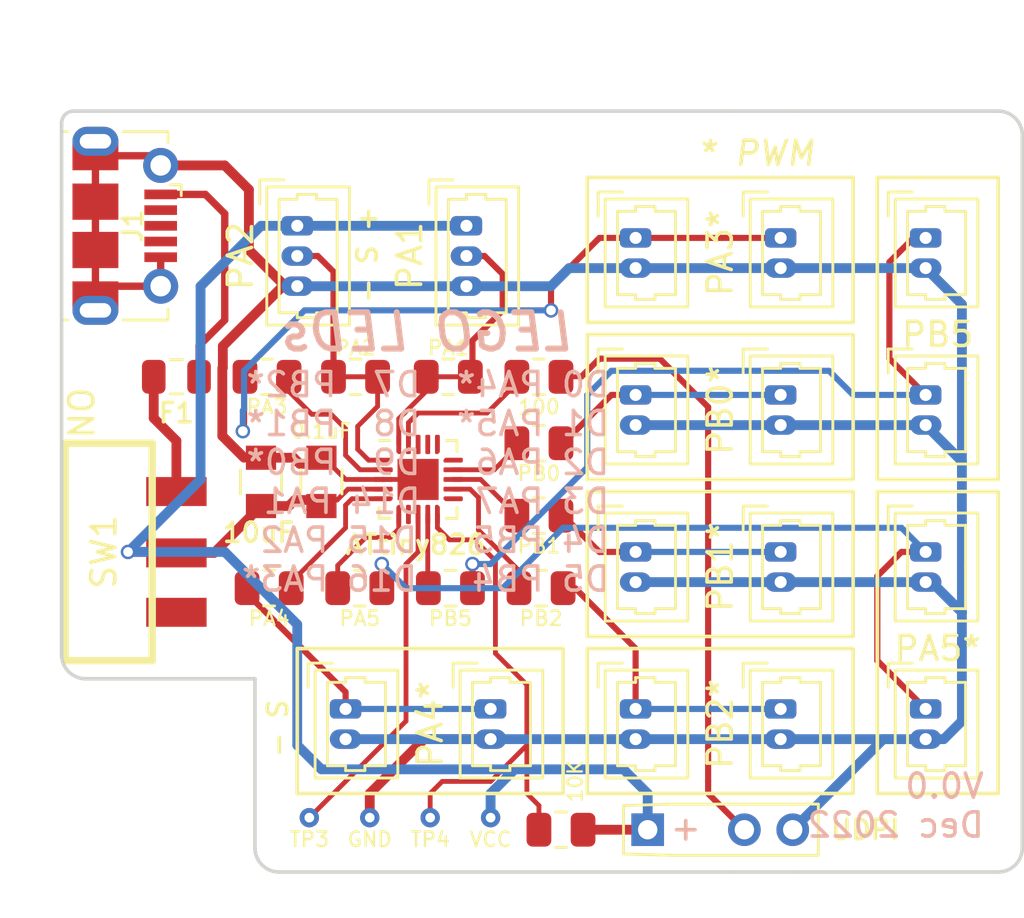
<source format=kicad_pcb>
(kicad_pcb (version 20171130) (host pcbnew "(5.1.10)-1")

  (general
    (thickness 1.6)
    (drawings 56)
    (tracks 231)
    (zones 0)
    (modules 38)
    (nets 25)
  )

  (page A)
  (title_block
    (title "Beetje 32U4 Blok")
    (date 2018-08-10)
    (rev 0.0)
    (company www.MakersBox.us)
    (comment 1 648.ken@gmail.com)
  )

  (layers
    (0 F.Cu signal)
    (31 B.Cu signal)
    (32 B.Adhes user)
    (33 F.Adhes user)
    (34 B.Paste user)
    (35 F.Paste user)
    (36 B.SilkS user)
    (37 F.SilkS user)
    (38 B.Mask user)
    (39 F.Mask user)
    (40 Dwgs.User user)
    (41 Cmts.User user)
    (42 Eco1.User user)
    (43 Eco2.User user)
    (44 Edge.Cuts user)
    (45 Margin user)
    (46 B.CrtYd user)
    (47 F.CrtYd user)
    (48 B.Fab user)
    (49 F.Fab user)
  )

  (setup
    (last_trace_width 0.4064)
    (user_trace_width 0.2)
    (user_trace_width 0.254)
    (user_trace_width 0.3048)
    (user_trace_width 0.4064)
    (user_trace_width 0.6096)
    (trace_clearance 0.2)
    (zone_clearance 0.35)
    (zone_45_only no)
    (trace_min 0.2)
    (via_size 0.6)
    (via_drill 0.4)
    (via_min_size 0.4)
    (via_min_drill 0.3)
    (uvia_size 0.3)
    (uvia_drill 0.1)
    (uvias_allowed no)
    (uvia_min_size 0.2)
    (uvia_min_drill 0.1)
    (edge_width 0.15)
    (segment_width 0.2)
    (pcb_text_width 0.3)
    (pcb_text_size 1.5 1.5)
    (mod_edge_width 0.15)
    (mod_text_size 1 1)
    (mod_text_width 0.15)
    (pad_size 1.7 1.7)
    (pad_drill 0.508)
    (pad_to_mask_clearance 0)
    (aux_axis_origin 0 0)
    (grid_origin 81.274 108.219)
    (visible_elements 7FFFFFFF)
    (pcbplotparams
      (layerselection 0x00030_80000001)
      (usegerberextensions false)
      (usegerberattributes true)
      (usegerberadvancedattributes true)
      (creategerberjobfile true)
      (excludeedgelayer true)
      (linewidth 0.100000)
      (plotframeref false)
      (viasonmask false)
      (mode 1)
      (useauxorigin false)
      (hpglpennumber 1)
      (hpglpenspeed 20)
      (hpglpendiameter 15.000000)
      (psnegative false)
      (psa4output false)
      (plotreference true)
      (plotvalue true)
      (plotinvisibletext false)
      (padsonsilk false)
      (subtractmaskfromsilk false)
      (outputformat 1)
      (mirror false)
      (drillshape 1)
      (scaleselection 1)
      (outputdirectory ""))
  )

  (net 0 "")
  (net 1 GND)
  (net 2 VCC)
  (net 3 /UPDI)
  (net 4 VBUS)
  (net 5 "Net-(J3-Pad3)")
  (net 6 /PIN_PA4)
  (net 7 /PIN_PA5)
  (net 8 /PIN_PB1)
  (net 9 /PIN_PB2)
  (net 10 /PIN_PB0)
  (net 11 /PIN_PA2)
  (net 12 /PIN_PA3)
  (net 13 /PIN_PA1)
  (net 14 "Net-(F1-Pad2)")
  (net 15 /PIN_PB4)
  (net 16 /PIN_PB5)
  (net 17 /PIN_PA7)
  (net 18 "Net-(J10-Pad1)")
  (net 19 "Net-(J11-Pad1)")
  (net 20 "Net-(J12-Pad1)")
  (net 21 "Net-(J13-Pad1)")
  (net 22 "Net-(J15-Pad1)")
  (net 23 "Net-(J16-Pad1)")
  (net 24 "Net-(J17-Pad1)")

  (net_class Default "This is the default net class."
    (clearance 0.2)
    (trace_width 0.25)
    (via_dia 0.6)
    (via_drill 0.4)
    (uvia_dia 0.3)
    (uvia_drill 0.1)
    (add_net /PIN_PA1)
    (add_net /PIN_PA2)
    (add_net /PIN_PA3)
    (add_net /PIN_PA4)
    (add_net /PIN_PA5)
    (add_net /PIN_PA7)
    (add_net /PIN_PB0)
    (add_net /PIN_PB1)
    (add_net /PIN_PB2)
    (add_net /PIN_PB4)
    (add_net /PIN_PB5)
    (add_net "Net-(F1-Pad2)")
    (add_net "Net-(J10-Pad1)")
    (add_net "Net-(J11-Pad1)")
    (add_net "Net-(J12-Pad1)")
    (add_net "Net-(J13-Pad1)")
    (add_net "Net-(J15-Pad1)")
    (add_net "Net-(J16-Pad1)")
    (add_net "Net-(J17-Pad1)")
    (add_net "Net-(J3-Pad3)")
    (add_net VBUS)
  )

  (net_class reduced ""
    (clearance 0.1)
    (trace_width 0.2)
    (via_dia 0.6)
    (via_drill 0.4)
    (uvia_dia 0.3)
    (uvia_drill 0.1)
    (add_net /UPDI)
    (add_net GND)
    (add_net VCC)
  )

  (module footprints:TestPoint (layer F.Cu) (tedit 6397FC19) (tstamp 6396707C)
    (at 119.774 130.719)
    (descr "THT rectangular pad as test Point, square 1.0mm side length, hole diameter 0.5mm")
    (tags "test point THT pad rectangle square")
    (path /63B8160A)
    (attr virtual)
    (fp_text reference TP4 (at 0 0.9) (layer F.SilkS)
      (effects (font (size 0.6 0.6) (thickness 0.1)))
    )
    (fp_text value PB4 (at 0 0.9) (layer F.Fab) hide
      (effects (font (size 0.6 0.6) (thickness 0.1)))
    )
    (fp_text user %R (at 0 0.9) (layer F.Fab) hide
      (effects (font (size 0.6 0.6) (thickness 0.1)))
    )
    (pad 1 thru_hole circle (at 0 0) (size 0.8 0.8) (drill 0.4) (layers *.Cu *.Mask)
      (net 15 /PIN_PB4))
  )

  (module footprints:TestPoint (layer F.Cu) (tedit 6397FC19) (tstamp 63980050)
    (at 122.274 130.719)
    (descr "THT rectangular pad as test Point, square 1.0mm side length, hole diameter 0.5mm")
    (tags "test point THT pad rectangle square")
    (path /63C077EF)
    (attr virtual)
    (fp_text reference TP2 (at 0 0.9) (layer F.Fab) hide
      (effects (font (size 0.6 0.6) (thickness 0.1)))
    )
    (fp_text value VCC (at 0 0.9) (layer F.SilkS)
      (effects (font (size 0.6 0.6) (thickness 0.1)))
    )
    (fp_text user %R (at 0 0.9) (layer F.Fab) hide
      (effects (font (size 0.6 0.6) (thickness 0.1)))
    )
    (pad 1 thru_hole circle (at 0 0) (size 0.8 0.8) (drill 0.4) (layers *.Cu *.Mask)
      (net 2 VCC))
  )

  (module footprints:TestPoint (layer F.Cu) (tedit 6397FC19) (tstamp 63962BE1)
    (at 114.774 130.719)
    (descr "THT rectangular pad as test Point, square 1.0mm side length, hole diameter 0.5mm")
    (tags "test point THT pad rectangle square")
    (path /63B2BFA6)
    (attr virtual)
    (fp_text reference TP3 (at 0 0.9) (layer F.SilkS)
      (effects (font (size 0.6 0.6) (thickness 0.1)))
    )
    (fp_text value PA7 (at 0 0.9) (layer F.Fab) hide
      (effects (font (size 0.6 0.6) (thickness 0.1)))
    )
    (fp_text user %R (at 0 0.9) (layer F.Fab) hide
      (effects (font (size 0.6 0.6) (thickness 0.1)))
    )
    (pad 1 thru_hole circle (at 0 0) (size 0.8 0.8) (drill 0.4) (layers *.Cu *.Mask)
      (net 17 /PIN_PA7))
  )

  (module footprints:TestPoint (layer F.Cu) (tedit 6397FC19) (tstamp 63962E89)
    (at 117.274 130.719)
    (descr "THT rectangular pad as test Point, square 1.0mm side length, hole diameter 0.5mm")
    (tags "test point THT pad rectangle square")
    (path /63B3AC74)
    (attr virtual)
    (fp_text reference TP1 (at 0 0.9) (layer F.SilkS) hide
      (effects (font (size 0.6 0.6) (thickness 0.1)))
    )
    (fp_text value GND (at 0 0.9) (layer F.SilkS)
      (effects (font (size 0.6 0.6) (thickness 0.1)))
    )
    (fp_text user %R (at 0 0.9) (layer F.Fab) hide
      (effects (font (size 0.6 0.6) (thickness 0.1)))
    )
    (pad 1 thru_hole circle (at 0 0) (size 0.8 0.8) (drill 0.4) (layers *.Cu *.Mask)
      (net 1 GND))
  )

  (module footprints:R_0805_2012Metric (layer F.Cu) (tedit 63963DFA) (tstamp 6396A248)
    (at 116.8615 121.219)
    (descr "Resistor SMD 0805 (2012 Metric), square (rectangular) end terminal, IPC_7351 nominal, (Body size source: IPC-SM-782 page 72, https://www.pcb-3d.com/wordpress/wp-content/uploads/ipc-sm-782a_amendment_1_and_2.pdf), generated with kicad-footprint-generator")
    (tags resistor)
    (path /63A297F4)
    (attr smd)
    (fp_text reference R1 (at 0 0 180) (layer F.Fab)
      (effects (font (size 1 1) (thickness 0.15)))
    )
    (fp_text value PA5 (at 0 1.25 180) (layer F.SilkS)
      (effects (font (size 0.6 0.6) (thickness 0.1)))
    )
    (fp_text user %R (at 0 0 180) (layer F.Fab)
      (effects (font (size 0.5 0.5) (thickness 0.08)))
    )
    (fp_line (start -1 0.625) (end -1 -0.625) (layer F.Fab) (width 0.1))
    (fp_line (start -1 -0.625) (end 1 -0.625) (layer F.Fab) (width 0.1))
    (fp_line (start 1 -0.625) (end 1 0.625) (layer F.Fab) (width 0.1))
    (fp_line (start 1 0.625) (end -1 0.625) (layer F.Fab) (width 0.1))
    (fp_line (start -0.227064 -0.735) (end 0.227064 -0.735) (layer F.SilkS) (width 0.12))
    (fp_line (start -0.227064 0.735) (end 0.227064 0.735) (layer F.SilkS) (width 0.12))
    (fp_line (start -1.68 0.95) (end -1.68 -0.95) (layer F.CrtYd) (width 0.05))
    (fp_line (start -1.68 -0.95) (end 1.68 -0.95) (layer F.CrtYd) (width 0.05))
    (fp_line (start 1.68 -0.95) (end 1.68 0.95) (layer F.CrtYd) (width 0.05))
    (fp_line (start 1.68 0.95) (end -1.68 0.95) (layer F.CrtYd) (width 0.05))
    (pad 1 smd roundrect (at -0.9125 0) (size 1.025 1.4) (layers F.Cu F.Paste F.Mask) (roundrect_rratio 0.243902)
      (net 7 /PIN_PA5))
    (pad 2 smd roundrect (at 0.9125 0) (size 1.025 1.4) (layers F.Cu F.Paste F.Mask) (roundrect_rratio 0.243902)
      (net 19 "Net-(J11-Pad1)"))
    (model ${KISYS3DMOD}/Resistor_SMD.3dshapes/R_0805_2012Metric.wrl
      (at (xyz 0 0 0))
      (scale (xyz 1 1 1))
      (rotate (xyz 0 0 0))
    )
  )

  (module footprints:R_0805_2012Metric (layer F.Cu) (tedit 63963DFA) (tstamp 6396A258)
    (at 124.3615 121.219)
    (descr "Resistor SMD 0805 (2012 Metric), square (rectangular) end terminal, IPC_7351 nominal, (Body size source: IPC-SM-782 page 72, https://www.pcb-3d.com/wordpress/wp-content/uploads/ipc-sm-782a_amendment_1_and_2.pdf), generated with kicad-footprint-generator")
    (tags resistor)
    (path /63A2B076)
    (attr smd)
    (fp_text reference R2 (at 0 0 180) (layer F.Fab)
      (effects (font (size 1 1) (thickness 0.15)))
    )
    (fp_text value PB2 (at 0 1.25 180) (layer F.SilkS)
      (effects (font (size 0.6 0.6) (thickness 0.1)))
    )
    (fp_text user %R (at 0 0 180) (layer F.Fab)
      (effects (font (size 0.5 0.5) (thickness 0.08)))
    )
    (fp_line (start -1 0.625) (end -1 -0.625) (layer F.Fab) (width 0.1))
    (fp_line (start -1 -0.625) (end 1 -0.625) (layer F.Fab) (width 0.1))
    (fp_line (start 1 -0.625) (end 1 0.625) (layer F.Fab) (width 0.1))
    (fp_line (start 1 0.625) (end -1 0.625) (layer F.Fab) (width 0.1))
    (fp_line (start -0.227064 -0.735) (end 0.227064 -0.735) (layer F.SilkS) (width 0.12))
    (fp_line (start -0.227064 0.735) (end 0.227064 0.735) (layer F.SilkS) (width 0.12))
    (fp_line (start -1.68 0.95) (end -1.68 -0.95) (layer F.CrtYd) (width 0.05))
    (fp_line (start -1.68 -0.95) (end 1.68 -0.95) (layer F.CrtYd) (width 0.05))
    (fp_line (start 1.68 -0.95) (end 1.68 0.95) (layer F.CrtYd) (width 0.05))
    (fp_line (start 1.68 0.95) (end -1.68 0.95) (layer F.CrtYd) (width 0.05))
    (pad 1 smd roundrect (at -0.9125 0) (size 1.025 1.4) (layers F.Cu F.Paste F.Mask) (roundrect_rratio 0.243902)
      (net 9 /PIN_PB2))
    (pad 2 smd roundrect (at 0.9125 0) (size 1.025 1.4) (layers F.Cu F.Paste F.Mask) (roundrect_rratio 0.243902)
      (net 20 "Net-(J12-Pad1)"))
    (model ${KISYS3DMOD}/Resistor_SMD.3dshapes/R_0805_2012Metric.wrl
      (at (xyz 0 0 0))
      (scale (xyz 1 1 1))
      (rotate (xyz 0 0 0))
    )
  )

  (module footprints:R_0805_2012Metric (layer F.Cu) (tedit 63963DFA) (tstamp 6396A268)
    (at 124.274 112.469)
    (descr "Resistor SMD 0805 (2012 Metric), square (rectangular) end terminal, IPC_7351 nominal, (Body size source: IPC-SM-782 page 72, https://www.pcb-3d.com/wordpress/wp-content/uploads/ipc-sm-782a_amendment_1_and_2.pdf), generated with kicad-footprint-generator")
    (tags resistor)
    (path /5B44E5C9)
    (attr smd)
    (fp_text reference R3 (at 0 0 180) (layer F.Fab)
      (effects (font (size 1 1) (thickness 0.15)))
    )
    (fp_text value 100 (at 0 1.25 180) (layer F.SilkS)
      (effects (font (size 0.6 0.6) (thickness 0.1)))
    )
    (fp_text user %R (at 0 0 180) (layer F.Fab)
      (effects (font (size 0.5 0.5) (thickness 0.08)))
    )
    (fp_line (start -1 0.625) (end -1 -0.625) (layer F.Fab) (width 0.1))
    (fp_line (start -1 -0.625) (end 1 -0.625) (layer F.Fab) (width 0.1))
    (fp_line (start 1 -0.625) (end 1 0.625) (layer F.Fab) (width 0.1))
    (fp_line (start 1 0.625) (end -1 0.625) (layer F.Fab) (width 0.1))
    (fp_line (start -0.227064 -0.735) (end 0.227064 -0.735) (layer F.SilkS) (width 0.12))
    (fp_line (start -0.227064 0.735) (end 0.227064 0.735) (layer F.SilkS) (width 0.12))
    (fp_line (start -1.68 0.95) (end -1.68 -0.95) (layer F.CrtYd) (width 0.05))
    (fp_line (start -1.68 -0.95) (end 1.68 -0.95) (layer F.CrtYd) (width 0.05))
    (fp_line (start 1.68 -0.95) (end 1.68 0.95) (layer F.CrtYd) (width 0.05))
    (fp_line (start 1.68 0.95) (end -1.68 0.95) (layer F.CrtYd) (width 0.05))
    (pad 1 smd roundrect (at -0.9125 0) (size 1.025 1.4) (layers F.Cu F.Paste F.Mask) (roundrect_rratio 0.243902)
      (net 3 /UPDI))
    (pad 2 smd roundrect (at 0.9125 0) (size 1.025 1.4) (layers F.Cu F.Paste F.Mask) (roundrect_rratio 0.243902)
      (net 5 "Net-(J3-Pad3)"))
    (model ${KISYS3DMOD}/Resistor_SMD.3dshapes/R_0805_2012Metric.wrl
      (at (xyz 0 0 0))
      (scale (xyz 1 1 1))
      (rotate (xyz 0 0 0))
    )
  )

  (module footprints:R_0805_2012Metric (layer F.Cu) (tedit 63963DFA) (tstamp 6396A278)
    (at 124.274 115.219)
    (descr "Resistor SMD 0805 (2012 Metric), square (rectangular) end terminal, IPC_7351 nominal, (Body size source: IPC-SM-782 page 72, https://www.pcb-3d.com/wordpress/wp-content/uploads/ipc-sm-782a_amendment_1_and_2.pdf), generated with kicad-footprint-generator")
    (tags resistor)
    (path /63A2B318)
    (attr smd)
    (fp_text reference R4 (at 0 0 180) (layer F.Fab)
      (effects (font (size 1 1) (thickness 0.15)))
    )
    (fp_text value PB0 (at 0 1.25 180) (layer F.SilkS)
      (effects (font (size 0.6 0.6) (thickness 0.1)))
    )
    (fp_text user %R (at 0 0 180) (layer F.Fab)
      (effects (font (size 0.5 0.5) (thickness 0.08)))
    )
    (fp_line (start -1 0.625) (end -1 -0.625) (layer F.Fab) (width 0.1))
    (fp_line (start -1 -0.625) (end 1 -0.625) (layer F.Fab) (width 0.1))
    (fp_line (start 1 -0.625) (end 1 0.625) (layer F.Fab) (width 0.1))
    (fp_line (start 1 0.625) (end -1 0.625) (layer F.Fab) (width 0.1))
    (fp_line (start -0.227064 -0.735) (end 0.227064 -0.735) (layer F.SilkS) (width 0.12))
    (fp_line (start -0.227064 0.735) (end 0.227064 0.735) (layer F.SilkS) (width 0.12))
    (fp_line (start -1.68 0.95) (end -1.68 -0.95) (layer F.CrtYd) (width 0.05))
    (fp_line (start -1.68 -0.95) (end 1.68 -0.95) (layer F.CrtYd) (width 0.05))
    (fp_line (start 1.68 -0.95) (end 1.68 0.95) (layer F.CrtYd) (width 0.05))
    (fp_line (start 1.68 0.95) (end -1.68 0.95) (layer F.CrtYd) (width 0.05))
    (pad 1 smd roundrect (at -0.9125 0) (size 1.025 1.4) (layers F.Cu F.Paste F.Mask) (roundrect_rratio 0.243902)
      (net 10 /PIN_PB0))
    (pad 2 smd roundrect (at 0.9125 0) (size 1.025 1.4) (layers F.Cu F.Paste F.Mask) (roundrect_rratio 0.243902)
      (net 21 "Net-(J13-Pad1)"))
    (model ${KISYS3DMOD}/Resistor_SMD.3dshapes/R_0805_2012Metric.wrl
      (at (xyz 0 0 0))
      (scale (xyz 1 1 1))
      (rotate (xyz 0 0 0))
    )
  )

  (module footprints:R_0805_2012Metric (layer F.Cu) (tedit 63963DFA) (tstamp 6396A288)
    (at 124.274 118.219)
    (descr "Resistor SMD 0805 (2012 Metric), square (rectangular) end terminal, IPC_7351 nominal, (Body size source: IPC-SM-782 page 72, https://www.pcb-3d.com/wordpress/wp-content/uploads/ipc-sm-782a_amendment_1_and_2.pdf), generated with kicad-footprint-generator")
    (tags resistor)
    (path /63A2D7AD)
    (attr smd)
    (fp_text reference R5 (at 0 0 180) (layer F.Fab)
      (effects (font (size 1 1) (thickness 0.15)))
    )
    (fp_text value PB1 (at 0 1.25 180) (layer F.SilkS)
      (effects (font (size 0.6 0.6) (thickness 0.1)))
    )
    (fp_text user %R (at 0 0 180) (layer F.Fab)
      (effects (font (size 0.5 0.5) (thickness 0.08)))
    )
    (fp_line (start -1 0.625) (end -1 -0.625) (layer F.Fab) (width 0.1))
    (fp_line (start -1 -0.625) (end 1 -0.625) (layer F.Fab) (width 0.1))
    (fp_line (start 1 -0.625) (end 1 0.625) (layer F.Fab) (width 0.1))
    (fp_line (start 1 0.625) (end -1 0.625) (layer F.Fab) (width 0.1))
    (fp_line (start -0.227064 -0.735) (end 0.227064 -0.735) (layer F.SilkS) (width 0.12))
    (fp_line (start -0.227064 0.735) (end 0.227064 0.735) (layer F.SilkS) (width 0.12))
    (fp_line (start -1.68 0.95) (end -1.68 -0.95) (layer F.CrtYd) (width 0.05))
    (fp_line (start -1.68 -0.95) (end 1.68 -0.95) (layer F.CrtYd) (width 0.05))
    (fp_line (start 1.68 -0.95) (end 1.68 0.95) (layer F.CrtYd) (width 0.05))
    (fp_line (start 1.68 0.95) (end -1.68 0.95) (layer F.CrtYd) (width 0.05))
    (pad 1 smd roundrect (at -0.9125 0) (size 1.025 1.4) (layers F.Cu F.Paste F.Mask) (roundrect_rratio 0.243902)
      (net 8 /PIN_PB1))
    (pad 2 smd roundrect (at 0.9125 0) (size 1.025 1.4) (layers F.Cu F.Paste F.Mask) (roundrect_rratio 0.243902)
      (net 22 "Net-(J15-Pad1)"))
    (model ${KISYS3DMOD}/Resistor_SMD.3dshapes/R_0805_2012Metric.wrl
      (at (xyz 0 0 0))
      (scale (xyz 1 1 1))
      (rotate (xyz 0 0 0))
    )
  )

  (module footprints:R_0805_2012Metric (layer F.Cu) (tedit 63963DFA) (tstamp 6396A298)
    (at 113.1115 121.219 180)
    (descr "Resistor SMD 0805 (2012 Metric), square (rectangular) end terminal, IPC_7351 nominal, (Body size source: IPC-SM-782 page 72, https://www.pcb-3d.com/wordpress/wp-content/uploads/ipc-sm-782a_amendment_1_and_2.pdf), generated with kicad-footprint-generator")
    (tags resistor)
    (path /5B988442)
    (attr smd)
    (fp_text reference R6 (at 0 0 180) (layer F.Fab)
      (effects (font (size 1 1) (thickness 0.15)))
    )
    (fp_text value PA4 (at 0 -1.25 180) (layer F.SilkS)
      (effects (font (size 0.6 0.6) (thickness 0.1)))
    )
    (fp_text user %R (at 0 0 180) (layer F.Fab)
      (effects (font (size 0.5 0.5) (thickness 0.08)))
    )
    (fp_line (start -1 0.625) (end -1 -0.625) (layer F.Fab) (width 0.1))
    (fp_line (start -1 -0.625) (end 1 -0.625) (layer F.Fab) (width 0.1))
    (fp_line (start 1 -0.625) (end 1 0.625) (layer F.Fab) (width 0.1))
    (fp_line (start 1 0.625) (end -1 0.625) (layer F.Fab) (width 0.1))
    (fp_line (start -0.227064 -0.735) (end 0.227064 -0.735) (layer F.SilkS) (width 0.12))
    (fp_line (start -0.227064 0.735) (end 0.227064 0.735) (layer F.SilkS) (width 0.12))
    (fp_line (start -1.68 0.95) (end -1.68 -0.95) (layer F.CrtYd) (width 0.05))
    (fp_line (start -1.68 -0.95) (end 1.68 -0.95) (layer F.CrtYd) (width 0.05))
    (fp_line (start 1.68 -0.95) (end 1.68 0.95) (layer F.CrtYd) (width 0.05))
    (fp_line (start 1.68 0.95) (end -1.68 0.95) (layer F.CrtYd) (width 0.05))
    (pad 1 smd roundrect (at -0.9125 0 180) (size 1.025 1.4) (layers F.Cu F.Paste F.Mask) (roundrect_rratio 0.243902)
      (net 6 /PIN_PA4))
    (pad 2 smd roundrect (at 0.9125 0 180) (size 1.025 1.4) (layers F.Cu F.Paste F.Mask) (roundrect_rratio 0.243902)
      (net 18 "Net-(J10-Pad1)"))
    (model ${KISYS3DMOD}/Resistor_SMD.3dshapes/R_0805_2012Metric.wrl
      (at (xyz 0 0 0))
      (scale (xyz 1 1 1))
      (rotate (xyz 0 0 0))
    )
  )

  (module footprints:R_0805_2012Metric (layer F.Cu) (tedit 63963DFA) (tstamp 6396A2A8)
    (at 113.024 112.469 180)
    (descr "Resistor SMD 0805 (2012 Metric), square (rectangular) end terminal, IPC_7351 nominal, (Body size source: IPC-SM-782 page 72, https://www.pcb-3d.com/wordpress/wp-content/uploads/ipc-sm-782a_amendment_1_and_2.pdf), generated with kicad-footprint-generator")
    (tags resistor)
    (path /63A2DAAF)
    (attr smd)
    (fp_text reference R7 (at 0 0 180) (layer F.Fab)
      (effects (font (size 1 1) (thickness 0.15)))
    )
    (fp_text value PA3 (at 0 -1.25 180) (layer F.SilkS)
      (effects (font (size 0.6 0.6) (thickness 0.1)))
    )
    (fp_text user %R (at 0 0 180) (layer F.Fab)
      (effects (font (size 0.5 0.5) (thickness 0.08)))
    )
    (fp_line (start -1 0.625) (end -1 -0.625) (layer F.Fab) (width 0.1))
    (fp_line (start -1 -0.625) (end 1 -0.625) (layer F.Fab) (width 0.1))
    (fp_line (start 1 -0.625) (end 1 0.625) (layer F.Fab) (width 0.1))
    (fp_line (start 1 0.625) (end -1 0.625) (layer F.Fab) (width 0.1))
    (fp_line (start -0.227064 -0.735) (end 0.227064 -0.735) (layer F.SilkS) (width 0.12))
    (fp_line (start -0.227064 0.735) (end 0.227064 0.735) (layer F.SilkS) (width 0.12))
    (fp_line (start -1.68 0.95) (end -1.68 -0.95) (layer F.CrtYd) (width 0.05))
    (fp_line (start -1.68 -0.95) (end 1.68 -0.95) (layer F.CrtYd) (width 0.05))
    (fp_line (start 1.68 -0.95) (end 1.68 0.95) (layer F.CrtYd) (width 0.05))
    (fp_line (start 1.68 0.95) (end -1.68 0.95) (layer F.CrtYd) (width 0.05))
    (pad 1 smd roundrect (at -0.9125 0 180) (size 1.025 1.4) (layers F.Cu F.Paste F.Mask) (roundrect_rratio 0.243902)
      (net 12 /PIN_PA3))
    (pad 2 smd roundrect (at 0.9125 0 180) (size 1.025 1.4) (layers F.Cu F.Paste F.Mask) (roundrect_rratio 0.243902)
      (net 23 "Net-(J16-Pad1)"))
    (model ${KISYS3DMOD}/Resistor_SMD.3dshapes/R_0805_2012Metric.wrl
      (at (xyz 0 0 0))
      (scale (xyz 1 1 1))
      (rotate (xyz 0 0 0))
    )
  )

  (module footprints:R_0805_2012Metric (layer F.Cu) (tedit 63963DFA) (tstamp 6396A2B8)
    (at 120.6115 121.219)
    (descr "Resistor SMD 0805 (2012 Metric), square (rectangular) end terminal, IPC_7351 nominal, (Body size source: IPC-SM-782 page 72, https://www.pcb-3d.com/wordpress/wp-content/uploads/ipc-sm-782a_amendment_1_and_2.pdf), generated with kicad-footprint-generator")
    (tags resistor)
    (path /63B4C8F7)
    (attr smd)
    (fp_text reference R8 (at 0 0 180) (layer F.Fab)
      (effects (font (size 1 1) (thickness 0.15)))
    )
    (fp_text value PB5 (at 0 1.25 180) (layer F.SilkS)
      (effects (font (size 0.6 0.6) (thickness 0.1)))
    )
    (fp_text user %R (at 0 0 180) (layer F.Fab)
      (effects (font (size 0.5 0.5) (thickness 0.08)))
    )
    (fp_line (start -1 0.625) (end -1 -0.625) (layer F.Fab) (width 0.1))
    (fp_line (start -1 -0.625) (end 1 -0.625) (layer F.Fab) (width 0.1))
    (fp_line (start 1 -0.625) (end 1 0.625) (layer F.Fab) (width 0.1))
    (fp_line (start 1 0.625) (end -1 0.625) (layer F.Fab) (width 0.1))
    (fp_line (start -0.227064 -0.735) (end 0.227064 -0.735) (layer F.SilkS) (width 0.12))
    (fp_line (start -0.227064 0.735) (end 0.227064 0.735) (layer F.SilkS) (width 0.12))
    (fp_line (start -1.68 0.95) (end -1.68 -0.95) (layer F.CrtYd) (width 0.05))
    (fp_line (start -1.68 -0.95) (end 1.68 -0.95) (layer F.CrtYd) (width 0.05))
    (fp_line (start 1.68 -0.95) (end 1.68 0.95) (layer F.CrtYd) (width 0.05))
    (fp_line (start 1.68 0.95) (end -1.68 0.95) (layer F.CrtYd) (width 0.05))
    (pad 1 smd roundrect (at -0.9125 0) (size 1.025 1.4) (layers F.Cu F.Paste F.Mask) (roundrect_rratio 0.243902)
      (net 16 /PIN_PB5))
    (pad 2 smd roundrect (at 0.9125 0) (size 1.025 1.4) (layers F.Cu F.Paste F.Mask) (roundrect_rratio 0.243902)
      (net 24 "Net-(J17-Pad1)"))
    (model ${KISYS3DMOD}/Resistor_SMD.3dshapes/R_0805_2012Metric.wrl
      (at (xyz 0 0 0))
      (scale (xyz 1 1 1))
      (rotate (xyz 0 0 0))
    )
  )

  (module footprints:Molex_PicoBlade_53047-0210_1x02_P1.25mm_Vertical (layer F.Cu) (tedit 63961FE9) (tstamp 6395AE68)
    (at 140.274 126.219 270)
    (descr "Molex PicoBlade Connector System, 53047-0210, 2 Pins per row (http://www.molex.com/pdm_docs/sd/530470610_sd.pdf), generated with kicad-footprint-generator")
    (tags "connector Molex PicoBlade side entry")
    (path /63A29A5A)
    (fp_text reference J4 (at 0.62 -3.25 90) (layer F.SilkS) hide
      (effects (font (size 1 1) (thickness 0.15)))
    )
    (fp_text value PA5* (at -2.5 -0.5) (layer F.SilkS)
      (effects (font (size 1 1) (thickness 0.15)))
    )
    (fp_text user %R (at 0.62 -1.35 90) (layer F.Fab)
      (effects (font (size 1 1) (thickness 0.15)))
    )
    (fp_line (start -1.5 -2.05) (end -1.5 1.15) (layer F.Fab) (width 0.1))
    (fp_line (start -1.5 1.15) (end 2.75 1.15) (layer F.Fab) (width 0.1))
    (fp_line (start 2.75 1.15) (end 2.75 -2.05) (layer F.Fab) (width 0.1))
    (fp_line (start 2.75 -2.05) (end -1.5 -2.05) (layer F.Fab) (width 0.1))
    (fp_line (start -1.61 -2.16) (end -1.61 1.26) (layer F.SilkS) (width 0.12))
    (fp_line (start -1.61 1.26) (end 2.86 1.26) (layer F.SilkS) (width 0.12))
    (fp_line (start 2.86 1.26) (end 2.86 -2.16) (layer F.SilkS) (width 0.12))
    (fp_line (start 2.86 -2.16) (end -1.61 -2.16) (layer F.SilkS) (width 0.12))
    (fp_line (start 0.625 0.75) (end -1.1 0.75) (layer F.SilkS) (width 0.12))
    (fp_line (start -1.1 0.75) (end -1.1 0) (layer F.SilkS) (width 0.12))
    (fp_line (start -1.1 0) (end -1.3 0) (layer F.SilkS) (width 0.12))
    (fp_line (start -1.3 0) (end -1.3 -0.8) (layer F.SilkS) (width 0.12))
    (fp_line (start -1.3 -0.8) (end -1.1 -0.8) (layer F.SilkS) (width 0.12))
    (fp_line (start -1.1 -0.8) (end -1.1 -1.65) (layer F.SilkS) (width 0.12))
    (fp_line (start -1.1 -1.65) (end 0.625 -1.65) (layer F.SilkS) (width 0.12))
    (fp_line (start 0.625 0.75) (end 2.35 0.75) (layer F.SilkS) (width 0.12))
    (fp_line (start 2.35 0.75) (end 2.35 0) (layer F.SilkS) (width 0.12))
    (fp_line (start 2.35 0) (end 2.55 0) (layer F.SilkS) (width 0.12))
    (fp_line (start 2.55 0) (end 2.55 -0.8) (layer F.SilkS) (width 0.12))
    (fp_line (start 2.55 -0.8) (end 2.35 -0.8) (layer F.SilkS) (width 0.12))
    (fp_line (start 2.35 -0.8) (end 2.35 -1.65) (layer F.SilkS) (width 0.12))
    (fp_line (start 2.35 -1.65) (end 0.625 -1.65) (layer F.SilkS) (width 0.12))
    (fp_line (start -1.9 1.55) (end -1.9 0.55) (layer F.SilkS) (width 0.12))
    (fp_line (start -1.9 1.55) (end -0.9 1.55) (layer F.SilkS) (width 0.12))
    (fp_line (start -0.5 1.15) (end 0 0.442893) (layer F.Fab) (width 0.1))
    (fp_line (start 0 0.442893) (end 0.5 1.15) (layer F.Fab) (width 0.1))
    (fp_line (start -2 -2.55) (end -2 1.65) (layer F.CrtYd) (width 0.05))
    (fp_line (start -2 1.65) (end 3.25 1.65) (layer F.CrtYd) (width 0.05))
    (fp_line (start 3.25 1.65) (end 3.25 -2.55) (layer F.CrtYd) (width 0.05))
    (fp_line (start 3.25 -2.55) (end -2 -2.55) (layer F.CrtYd) (width 0.05))
    (pad 2 thru_hole oval (at 1.25 0 270) (size 0.8 1.3) (drill 0.5) (layers *.Cu *.Mask)
      (net 1 GND))
    (pad 1 thru_hole roundrect (at 0 0 270) (size 0.8 1.3) (drill 0.5) (layers *.Cu *.Mask) (roundrect_rratio 0.25)
      (net 19 "Net-(J11-Pad1)"))
    (model ${KISYS3DMOD}/Connector_Molex.3dshapes/Molex_PicoBlade_53047-0210_1x02_P1.25mm_Vertical.wrl
      (at (xyz 0 0 0))
      (scale (xyz 1 1 1))
      (rotate (xyz 0 0 0))
    )
    (model ${KIPRJMOD}/3D/530470210--3DModel-STEP-231308.STEP
      (offset (xyz 0.5 0.5 3))
      (scale (xyz 1 1 1))
      (rotate (xyz -90 0 180))
    )
  )

  (module footprints:Molex_PicoBlade_53047-0210_1x02_P1.25mm_Vertical (layer F.Cu) (tedit 63961FE9) (tstamp 6395AED4)
    (at 128.274 119.719 270)
    (descr "Molex PicoBlade Connector System, 53047-0210, 2 Pins per row (http://www.molex.com/pdm_docs/sd/530470610_sd.pdf), generated with kicad-footprint-generator")
    (tags "connector Molex PicoBlade side entry")
    (path /63A2DAA3)
    (fp_text reference J7 (at 0.62 -3.25 90) (layer F.SilkS) hide
      (effects (font (size 1 1) (thickness 0.15)))
    )
    (fp_text value PB1* (at 0.62 2.35 90) (layer F.SilkS) hide
      (effects (font (size 1 1) (thickness 0.15)))
    )
    (fp_text user %R (at 0.62 -1.35 90) (layer F.Fab)
      (effects (font (size 1 1) (thickness 0.15)))
    )
    (fp_line (start -1.5 -2.05) (end -1.5 1.15) (layer F.Fab) (width 0.1))
    (fp_line (start -1.5 1.15) (end 2.75 1.15) (layer F.Fab) (width 0.1))
    (fp_line (start 2.75 1.15) (end 2.75 -2.05) (layer F.Fab) (width 0.1))
    (fp_line (start 2.75 -2.05) (end -1.5 -2.05) (layer F.Fab) (width 0.1))
    (fp_line (start -1.61 -2.16) (end -1.61 1.26) (layer F.SilkS) (width 0.12))
    (fp_line (start -1.61 1.26) (end 2.86 1.26) (layer F.SilkS) (width 0.12))
    (fp_line (start 2.86 1.26) (end 2.86 -2.16) (layer F.SilkS) (width 0.12))
    (fp_line (start 2.86 -2.16) (end -1.61 -2.16) (layer F.SilkS) (width 0.12))
    (fp_line (start 0.625 0.75) (end -1.1 0.75) (layer F.SilkS) (width 0.12))
    (fp_line (start -1.1 0.75) (end -1.1 0) (layer F.SilkS) (width 0.12))
    (fp_line (start -1.1 0) (end -1.3 0) (layer F.SilkS) (width 0.12))
    (fp_line (start -1.3 0) (end -1.3 -0.8) (layer F.SilkS) (width 0.12))
    (fp_line (start -1.3 -0.8) (end -1.1 -0.8) (layer F.SilkS) (width 0.12))
    (fp_line (start -1.1 -0.8) (end -1.1 -1.65) (layer F.SilkS) (width 0.12))
    (fp_line (start -1.1 -1.65) (end 0.625 -1.65) (layer F.SilkS) (width 0.12))
    (fp_line (start 0.625 0.75) (end 2.35 0.75) (layer F.SilkS) (width 0.12))
    (fp_line (start 2.35 0.75) (end 2.35 0) (layer F.SilkS) (width 0.12))
    (fp_line (start 2.35 0) (end 2.55 0) (layer F.SilkS) (width 0.12))
    (fp_line (start 2.55 0) (end 2.55 -0.8) (layer F.SilkS) (width 0.12))
    (fp_line (start 2.55 -0.8) (end 2.35 -0.8) (layer F.SilkS) (width 0.12))
    (fp_line (start 2.35 -0.8) (end 2.35 -1.65) (layer F.SilkS) (width 0.12))
    (fp_line (start 2.35 -1.65) (end 0.625 -1.65) (layer F.SilkS) (width 0.12))
    (fp_line (start -1.9 1.55) (end -1.9 0.55) (layer F.SilkS) (width 0.12))
    (fp_line (start -1.9 1.55) (end -0.9 1.55) (layer F.SilkS) (width 0.12))
    (fp_line (start -0.5 1.15) (end 0 0.442893) (layer F.Fab) (width 0.1))
    (fp_line (start 0 0.442893) (end 0.5 1.15) (layer F.Fab) (width 0.1))
    (fp_line (start -2 -2.55) (end -2 1.65) (layer F.CrtYd) (width 0.05))
    (fp_line (start -2 1.65) (end 3.25 1.65) (layer F.CrtYd) (width 0.05))
    (fp_line (start 3.25 1.65) (end 3.25 -2.55) (layer F.CrtYd) (width 0.05))
    (fp_line (start 3.25 -2.55) (end -2 -2.55) (layer F.CrtYd) (width 0.05))
    (pad 2 thru_hole oval (at 1.25 0 270) (size 0.8 1.3) (drill 0.5) (layers *.Cu *.Mask)
      (net 1 GND))
    (pad 1 thru_hole roundrect (at 0 0 270) (size 0.8 1.3) (drill 0.5) (layers *.Cu *.Mask) (roundrect_rratio 0.25)
      (net 22 "Net-(J15-Pad1)"))
    (model ${KISYS3DMOD}/Connector_Molex.3dshapes/Molex_PicoBlade_53047-0210_1x02_P1.25mm_Vertical.wrl
      (at (xyz 0 0 0))
      (scale (xyz 1 1 1))
      (rotate (xyz 0 0 0))
    )
    (model ${KIPRJMOD}/3D/530470210--3DModel-STEP-231308.STEP
      (offset (xyz 0.5 0.5 3))
      (scale (xyz 1 1 1))
      (rotate (xyz -90 0 180))
    )
  )

  (module footprints:Molex_PicoBlade_53047-0210_1x02_P1.25mm_Vertical (layer F.Cu) (tedit 63961FE9) (tstamp 63966586)
    (at 116.274 126.219 270)
    (descr "Molex PicoBlade Connector System, 53047-0210, 2 Pins per row (http://www.molex.com/pdm_docs/sd/530470610_sd.pdf), generated with kicad-footprint-generator")
    (tags "connector Molex PicoBlade side entry")
    (path /63A230F8)
    (fp_text reference J2 (at 0.62 -3.25 90) (layer F.SilkS) hide
      (effects (font (size 1 1) (thickness 0.15)))
    )
    (fp_text value PA4* (at 0.62 2.35 90) (layer F.SilkS) hide
      (effects (font (size 1 1) (thickness 0.15)))
    )
    (fp_text user %R (at 0.62 -1.35 90) (layer F.Fab)
      (effects (font (size 1 1) (thickness 0.15)))
    )
    (fp_line (start -1.5 -2.05) (end -1.5 1.15) (layer F.Fab) (width 0.1))
    (fp_line (start -1.5 1.15) (end 2.75 1.15) (layer F.Fab) (width 0.1))
    (fp_line (start 2.75 1.15) (end 2.75 -2.05) (layer F.Fab) (width 0.1))
    (fp_line (start 2.75 -2.05) (end -1.5 -2.05) (layer F.Fab) (width 0.1))
    (fp_line (start -1.61 -2.16) (end -1.61 1.26) (layer F.SilkS) (width 0.12))
    (fp_line (start -1.61 1.26) (end 2.86 1.26) (layer F.SilkS) (width 0.12))
    (fp_line (start 2.86 1.26) (end 2.86 -2.16) (layer F.SilkS) (width 0.12))
    (fp_line (start 2.86 -2.16) (end -1.61 -2.16) (layer F.SilkS) (width 0.12))
    (fp_line (start 0.625 0.75) (end -1.1 0.75) (layer F.SilkS) (width 0.12))
    (fp_line (start -1.1 0.75) (end -1.1 0) (layer F.SilkS) (width 0.12))
    (fp_line (start -1.1 0) (end -1.3 0) (layer F.SilkS) (width 0.12))
    (fp_line (start -1.3 0) (end -1.3 -0.8) (layer F.SilkS) (width 0.12))
    (fp_line (start -1.3 -0.8) (end -1.1 -0.8) (layer F.SilkS) (width 0.12))
    (fp_line (start -1.1 -0.8) (end -1.1 -1.65) (layer F.SilkS) (width 0.12))
    (fp_line (start -1.1 -1.65) (end 0.625 -1.65) (layer F.SilkS) (width 0.12))
    (fp_line (start 0.625 0.75) (end 2.35 0.75) (layer F.SilkS) (width 0.12))
    (fp_line (start 2.35 0.75) (end 2.35 0) (layer F.SilkS) (width 0.12))
    (fp_line (start 2.35 0) (end 2.55 0) (layer F.SilkS) (width 0.12))
    (fp_line (start 2.55 0) (end 2.55 -0.8) (layer F.SilkS) (width 0.12))
    (fp_line (start 2.55 -0.8) (end 2.35 -0.8) (layer F.SilkS) (width 0.12))
    (fp_line (start 2.35 -0.8) (end 2.35 -1.65) (layer F.SilkS) (width 0.12))
    (fp_line (start 2.35 -1.65) (end 0.625 -1.65) (layer F.SilkS) (width 0.12))
    (fp_line (start -1.9 1.55) (end -1.9 0.55) (layer F.SilkS) (width 0.12))
    (fp_line (start -1.9 1.55) (end -0.9 1.55) (layer F.SilkS) (width 0.12))
    (fp_line (start -0.5 1.15) (end 0 0.442893) (layer F.Fab) (width 0.1))
    (fp_line (start 0 0.442893) (end 0.5 1.15) (layer F.Fab) (width 0.1))
    (fp_line (start -2 -2.55) (end -2 1.65) (layer F.CrtYd) (width 0.05))
    (fp_line (start -2 1.65) (end 3.25 1.65) (layer F.CrtYd) (width 0.05))
    (fp_line (start 3.25 1.65) (end 3.25 -2.55) (layer F.CrtYd) (width 0.05))
    (fp_line (start 3.25 -2.55) (end -2 -2.55) (layer F.CrtYd) (width 0.05))
    (pad 2 thru_hole oval (at 1.25 0 270) (size 0.8 1.3) (drill 0.5) (layers *.Cu *.Mask)
      (net 1 GND))
    (pad 1 thru_hole roundrect (at 0 0 270) (size 0.8 1.3) (drill 0.5) (layers *.Cu *.Mask) (roundrect_rratio 0.25)
      (net 18 "Net-(J10-Pad1)"))
    (model ${KISYS3DMOD}/Connector_Molex.3dshapes/Molex_PicoBlade_53047-0210_1x02_P1.25mm_Vertical.wrl
      (at (xyz 0 0 0))
      (scale (xyz 1 1 1))
      (rotate (xyz 0 0 0))
    )
    (model ${KIPRJMOD}/3D/530470210--3DModel-STEP-231308.STEP
      (offset (xyz 0.5 0.5 3))
      (scale (xyz 1 1 1))
      (rotate (xyz -90 0 180))
    )
  )

  (module footprints:Molex_PicoBlade_53047-0210_1x02_P1.25mm_Vertical (layer F.Cu) (tedit 63961FE9) (tstamp 6395AE8C)
    (at 128.274 126.219 270)
    (descr "Molex PicoBlade Connector System, 53047-0210, 2 Pins per row (http://www.molex.com/pdm_docs/sd/530470610_sd.pdf), generated with kicad-footprint-generator")
    (tags "connector Molex PicoBlade side entry")
    (path /63A2B30C)
    (fp_text reference J5 (at 0.62 -3.25 90) (layer F.SilkS) hide
      (effects (font (size 1 1) (thickness 0.15)))
    )
    (fp_text value PB2* (at 0.62 2.35 90) (layer F.SilkS) hide
      (effects (font (size 1 1) (thickness 0.15)))
    )
    (fp_text user %R (at 0.62 -1.35 90) (layer F.Fab)
      (effects (font (size 1 1) (thickness 0.15)))
    )
    (fp_line (start -1.5 -2.05) (end -1.5 1.15) (layer F.Fab) (width 0.1))
    (fp_line (start -1.5 1.15) (end 2.75 1.15) (layer F.Fab) (width 0.1))
    (fp_line (start 2.75 1.15) (end 2.75 -2.05) (layer F.Fab) (width 0.1))
    (fp_line (start 2.75 -2.05) (end -1.5 -2.05) (layer F.Fab) (width 0.1))
    (fp_line (start -1.61 -2.16) (end -1.61 1.26) (layer F.SilkS) (width 0.12))
    (fp_line (start -1.61 1.26) (end 2.86 1.26) (layer F.SilkS) (width 0.12))
    (fp_line (start 2.86 1.26) (end 2.86 -2.16) (layer F.SilkS) (width 0.12))
    (fp_line (start 2.86 -2.16) (end -1.61 -2.16) (layer F.SilkS) (width 0.12))
    (fp_line (start 0.625 0.75) (end -1.1 0.75) (layer F.SilkS) (width 0.12))
    (fp_line (start -1.1 0.75) (end -1.1 0) (layer F.SilkS) (width 0.12))
    (fp_line (start -1.1 0) (end -1.3 0) (layer F.SilkS) (width 0.12))
    (fp_line (start -1.3 0) (end -1.3 -0.8) (layer F.SilkS) (width 0.12))
    (fp_line (start -1.3 -0.8) (end -1.1 -0.8) (layer F.SilkS) (width 0.12))
    (fp_line (start -1.1 -0.8) (end -1.1 -1.65) (layer F.SilkS) (width 0.12))
    (fp_line (start -1.1 -1.65) (end 0.625 -1.65) (layer F.SilkS) (width 0.12))
    (fp_line (start 0.625 0.75) (end 2.35 0.75) (layer F.SilkS) (width 0.12))
    (fp_line (start 2.35 0.75) (end 2.35 0) (layer F.SilkS) (width 0.12))
    (fp_line (start 2.35 0) (end 2.55 0) (layer F.SilkS) (width 0.12))
    (fp_line (start 2.55 0) (end 2.55 -0.8) (layer F.SilkS) (width 0.12))
    (fp_line (start 2.55 -0.8) (end 2.35 -0.8) (layer F.SilkS) (width 0.12))
    (fp_line (start 2.35 -0.8) (end 2.35 -1.65) (layer F.SilkS) (width 0.12))
    (fp_line (start 2.35 -1.65) (end 0.625 -1.65) (layer F.SilkS) (width 0.12))
    (fp_line (start -1.9 1.55) (end -1.9 0.55) (layer F.SilkS) (width 0.12))
    (fp_line (start -1.9 1.55) (end -0.9 1.55) (layer F.SilkS) (width 0.12))
    (fp_line (start -0.5 1.15) (end 0 0.442893) (layer F.Fab) (width 0.1))
    (fp_line (start 0 0.442893) (end 0.5 1.15) (layer F.Fab) (width 0.1))
    (fp_line (start -2 -2.55) (end -2 1.65) (layer F.CrtYd) (width 0.05))
    (fp_line (start -2 1.65) (end 3.25 1.65) (layer F.CrtYd) (width 0.05))
    (fp_line (start 3.25 1.65) (end 3.25 -2.55) (layer F.CrtYd) (width 0.05))
    (fp_line (start 3.25 -2.55) (end -2 -2.55) (layer F.CrtYd) (width 0.05))
    (pad 2 thru_hole oval (at 1.25 0 270) (size 0.8 1.3) (drill 0.5) (layers *.Cu *.Mask)
      (net 1 GND))
    (pad 1 thru_hole roundrect (at 0 0 270) (size 0.8 1.3) (drill 0.5) (layers *.Cu *.Mask) (roundrect_rratio 0.25)
      (net 20 "Net-(J12-Pad1)"))
    (model ${KISYS3DMOD}/Connector_Molex.3dshapes/Molex_PicoBlade_53047-0210_1x02_P1.25mm_Vertical.wrl
      (at (xyz 0 0 0))
      (scale (xyz 1 1 1))
      (rotate (xyz 0 0 0))
    )
    (model ${KIPRJMOD}/3D/530470210--3DModel-STEP-231308.STEP
      (offset (xyz 0.5 0.5 3))
      (scale (xyz 1 1 1))
      (rotate (xyz -90 0 180))
    )
  )

  (module footprints:Molex_PicoBlade_53047-0210_1x02_P1.25mm_Vertical (layer F.Cu) (tedit 63961FE9) (tstamp 6395AEB0)
    (at 128.274 113.219 270)
    (descr "Molex PicoBlade Connector System, 53047-0210, 2 Pins per row (http://www.molex.com/pdm_docs/sd/530470610_sd.pdf), generated with kicad-footprint-generator")
    (tags "connector Molex PicoBlade side entry")
    (path /63A2B32E)
    (fp_text reference J6 (at 0.62 -3.25 90) (layer F.SilkS) hide
      (effects (font (size 1 1) (thickness 0.15)))
    )
    (fp_text value PB0* (at 0.62 2.35 90) (layer F.SilkS) hide
      (effects (font (size 1 1) (thickness 0.15)))
    )
    (fp_text user %R (at 0.62 -1.35 90) (layer F.Fab)
      (effects (font (size 1 1) (thickness 0.15)))
    )
    (fp_line (start -1.5 -2.05) (end -1.5 1.15) (layer F.Fab) (width 0.1))
    (fp_line (start -1.5 1.15) (end 2.75 1.15) (layer F.Fab) (width 0.1))
    (fp_line (start 2.75 1.15) (end 2.75 -2.05) (layer F.Fab) (width 0.1))
    (fp_line (start 2.75 -2.05) (end -1.5 -2.05) (layer F.Fab) (width 0.1))
    (fp_line (start -1.61 -2.16) (end -1.61 1.26) (layer F.SilkS) (width 0.12))
    (fp_line (start -1.61 1.26) (end 2.86 1.26) (layer F.SilkS) (width 0.12))
    (fp_line (start 2.86 1.26) (end 2.86 -2.16) (layer F.SilkS) (width 0.12))
    (fp_line (start 2.86 -2.16) (end -1.61 -2.16) (layer F.SilkS) (width 0.12))
    (fp_line (start 0.625 0.75) (end -1.1 0.75) (layer F.SilkS) (width 0.12))
    (fp_line (start -1.1 0.75) (end -1.1 0) (layer F.SilkS) (width 0.12))
    (fp_line (start -1.1 0) (end -1.3 0) (layer F.SilkS) (width 0.12))
    (fp_line (start -1.3 0) (end -1.3 -0.8) (layer F.SilkS) (width 0.12))
    (fp_line (start -1.3 -0.8) (end -1.1 -0.8) (layer F.SilkS) (width 0.12))
    (fp_line (start -1.1 -0.8) (end -1.1 -1.65) (layer F.SilkS) (width 0.12))
    (fp_line (start -1.1 -1.65) (end 0.625 -1.65) (layer F.SilkS) (width 0.12))
    (fp_line (start 0.625 0.75) (end 2.35 0.75) (layer F.SilkS) (width 0.12))
    (fp_line (start 2.35 0.75) (end 2.35 0) (layer F.SilkS) (width 0.12))
    (fp_line (start 2.35 0) (end 2.55 0) (layer F.SilkS) (width 0.12))
    (fp_line (start 2.55 0) (end 2.55 -0.8) (layer F.SilkS) (width 0.12))
    (fp_line (start 2.55 -0.8) (end 2.35 -0.8) (layer F.SilkS) (width 0.12))
    (fp_line (start 2.35 -0.8) (end 2.35 -1.65) (layer F.SilkS) (width 0.12))
    (fp_line (start 2.35 -1.65) (end 0.625 -1.65) (layer F.SilkS) (width 0.12))
    (fp_line (start -1.9 1.55) (end -1.9 0.55) (layer F.SilkS) (width 0.12))
    (fp_line (start -1.9 1.55) (end -0.9 1.55) (layer F.SilkS) (width 0.12))
    (fp_line (start -0.5 1.15) (end 0 0.442893) (layer F.Fab) (width 0.1))
    (fp_line (start 0 0.442893) (end 0.5 1.15) (layer F.Fab) (width 0.1))
    (fp_line (start -2 -2.55) (end -2 1.65) (layer F.CrtYd) (width 0.05))
    (fp_line (start -2 1.65) (end 3.25 1.65) (layer F.CrtYd) (width 0.05))
    (fp_line (start 3.25 1.65) (end 3.25 -2.55) (layer F.CrtYd) (width 0.05))
    (fp_line (start 3.25 -2.55) (end -2 -2.55) (layer F.CrtYd) (width 0.05))
    (pad 2 thru_hole oval (at 1.25 0 270) (size 0.8 1.3) (drill 0.5) (layers *.Cu *.Mask)
      (net 1 GND))
    (pad 1 thru_hole roundrect (at 0 0 270) (size 0.8 1.3) (drill 0.5) (layers *.Cu *.Mask) (roundrect_rratio 0.25)
      (net 21 "Net-(J13-Pad1)"))
    (model ${KISYS3DMOD}/Connector_Molex.3dshapes/Molex_PicoBlade_53047-0210_1x02_P1.25mm_Vertical.wrl
      (at (xyz 0 0 0))
      (scale (xyz 1 1 1))
      (rotate (xyz 0 0 0))
    )
    (model ${KIPRJMOD}/3D/530470210--3DModel-STEP-231308.STEP
      (offset (xyz 0.5 0.5 3))
      (scale (xyz 1 1 1))
      (rotate (xyz -90 0 180))
    )
  )

  (module footprints:Molex_PicoBlade_53047-0210_1x02_P1.25mm_Vertical (layer F.Cu) (tedit 63961FE9) (tstamp 63961615)
    (at 128.274 106.719 270)
    (descr "Molex PicoBlade Connector System, 53047-0210, 2 Pins per row (http://www.molex.com/pdm_docs/sd/530470610_sd.pdf), generated with kicad-footprint-generator")
    (tags "connector Molex PicoBlade side entry")
    (path /63A2DAC5)
    (fp_text reference J8 (at 0.62 -3.25 90) (layer F.SilkS) hide
      (effects (font (size 1 1) (thickness 0.15)))
    )
    (fp_text value PA3* (at 0.62 2.35 90) (layer F.SilkS) hide
      (effects (font (size 1 1) (thickness 0.15)))
    )
    (fp_text user %R (at 0.62 -1.35 90) (layer F.Fab)
      (effects (font (size 1 1) (thickness 0.15)))
    )
    (fp_line (start -1.5 -2.05) (end -1.5 1.15) (layer F.Fab) (width 0.1))
    (fp_line (start -1.5 1.15) (end 2.75 1.15) (layer F.Fab) (width 0.1))
    (fp_line (start 2.75 1.15) (end 2.75 -2.05) (layer F.Fab) (width 0.1))
    (fp_line (start 2.75 -2.05) (end -1.5 -2.05) (layer F.Fab) (width 0.1))
    (fp_line (start -1.61 -2.16) (end -1.61 1.26) (layer F.SilkS) (width 0.12))
    (fp_line (start -1.61 1.26) (end 2.86 1.26) (layer F.SilkS) (width 0.12))
    (fp_line (start 2.86 1.26) (end 2.86 -2.16) (layer F.SilkS) (width 0.12))
    (fp_line (start 2.86 -2.16) (end -1.61 -2.16) (layer F.SilkS) (width 0.12))
    (fp_line (start 0.625 0.75) (end -1.1 0.75) (layer F.SilkS) (width 0.12))
    (fp_line (start -1.1 0.75) (end -1.1 0) (layer F.SilkS) (width 0.12))
    (fp_line (start -1.1 0) (end -1.3 0) (layer F.SilkS) (width 0.12))
    (fp_line (start -1.3 0) (end -1.3 -0.8) (layer F.SilkS) (width 0.12))
    (fp_line (start -1.3 -0.8) (end -1.1 -0.8) (layer F.SilkS) (width 0.12))
    (fp_line (start -1.1 -0.8) (end -1.1 -1.65) (layer F.SilkS) (width 0.12))
    (fp_line (start -1.1 -1.65) (end 0.625 -1.65) (layer F.SilkS) (width 0.12))
    (fp_line (start 0.625 0.75) (end 2.35 0.75) (layer F.SilkS) (width 0.12))
    (fp_line (start 2.35 0.75) (end 2.35 0) (layer F.SilkS) (width 0.12))
    (fp_line (start 2.35 0) (end 2.55 0) (layer F.SilkS) (width 0.12))
    (fp_line (start 2.55 0) (end 2.55 -0.8) (layer F.SilkS) (width 0.12))
    (fp_line (start 2.55 -0.8) (end 2.35 -0.8) (layer F.SilkS) (width 0.12))
    (fp_line (start 2.35 -0.8) (end 2.35 -1.65) (layer F.SilkS) (width 0.12))
    (fp_line (start 2.35 -1.65) (end 0.625 -1.65) (layer F.SilkS) (width 0.12))
    (fp_line (start -1.9 1.55) (end -1.9 0.55) (layer F.SilkS) (width 0.12))
    (fp_line (start -1.9 1.55) (end -0.9 1.55) (layer F.SilkS) (width 0.12))
    (fp_line (start -0.5 1.15) (end 0 0.442893) (layer F.Fab) (width 0.1))
    (fp_line (start 0 0.442893) (end 0.5 1.15) (layer F.Fab) (width 0.1))
    (fp_line (start -2 -2.55) (end -2 1.65) (layer F.CrtYd) (width 0.05))
    (fp_line (start -2 1.65) (end 3.25 1.65) (layer F.CrtYd) (width 0.05))
    (fp_line (start 3.25 1.65) (end 3.25 -2.55) (layer F.CrtYd) (width 0.05))
    (fp_line (start 3.25 -2.55) (end -2 -2.55) (layer F.CrtYd) (width 0.05))
    (pad 2 thru_hole oval (at 1.25 0 270) (size 0.8 1.3) (drill 0.5) (layers *.Cu *.Mask)
      (net 1 GND))
    (pad 1 thru_hole roundrect (at 0 0 270) (size 0.8 1.3) (drill 0.5) (layers *.Cu *.Mask) (roundrect_rratio 0.25)
      (net 23 "Net-(J16-Pad1)"))
    (model ${KISYS3DMOD}/Connector_Molex.3dshapes/Molex_PicoBlade_53047-0210_1x02_P1.25mm_Vertical.wrl
      (at (xyz 0 0 0))
      (scale (xyz 1 1 1))
      (rotate (xyz 0 0 0))
    )
    (model ${KIPRJMOD}/3D/530470210--3DModel-STEP-231308.STEP
      (offset (xyz 0.5 0.5 3))
      (scale (xyz 1 1 1))
      (rotate (xyz -90 0 180))
    )
  )

  (module footprints:UDPI_header (layer F.Cu) (tedit 63961C4B) (tstamp 63965C86)
    (at 128.774 131.219 90)
    (descr "Through hole straight pin header, 1x04, 2.00mm pitch, single row")
    (tags "Through hole pin header THT 1x04 2.00mm single row")
    (path /62349C56)
    (fp_text reference J3 (at 0 -2.06 90) (layer F.SilkS) hide
      (effects (font (size 1 1) (thickness 0.15)))
    )
    (fp_text value UDPI (at 0 9 180) (layer F.SilkS)
      (effects (font (size 0.8 0.8) (thickness 0.15)))
    )
    (fp_line (start 1.5 -1.5) (end -1.5 -1.5) (layer F.CrtYd) (width 0.05))
    (fp_line (start 1.5 7.5) (end 1.5 -1.5) (layer F.CrtYd) (width 0.05))
    (fp_line (start -1.5 7.5) (end 1.5 7.5) (layer F.CrtYd) (width 0.05))
    (fp_line (start -1.5 -1.5) (end -1.5 7.5) (layer F.CrtYd) (width 0.05))
    (fp_line (start 1.06 1) (end 1.06 7.06) (layer F.SilkS) (width 0.12))
    (fp_line (start -1.06 1) (end -1.06 7.06) (layer F.SilkS) (width 0.12))
    (fp_line (start -1.06 7.06) (end 1.06 7.06) (layer F.SilkS) (width 0.12))
    (fp_line (start -1 -0.5) (end -0.5 -1) (layer F.Fab) (width 0.1))
    (fp_line (start -1 7) (end -1 -0.5) (layer F.Fab) (width 0.1))
    (fp_line (start 1 7) (end -1 7) (layer F.Fab) (width 0.1))
    (fp_line (start 1 -1) (end 1 7) (layer F.Fab) (width 0.1))
    (fp_line (start -0.5 -1) (end 1 -1) (layer F.Fab) (width 0.1))
    (fp_text user %R (at 0 3 180) (layer F.Fab)
      (effects (font (size 1 1) (thickness 0.15)))
    )
    (fp_line (start 1.06 1) (end 1 -1) (layer F.SilkS) (width 0.12))
    (fp_line (start 1 -1) (end -1 -1) (layer F.SilkS) (width 0.12))
    (fp_line (start -1 -1) (end -1.06 1) (layer F.SilkS) (width 0.12))
    (fp_text user + (at 0 1.5 90) (layer F.SilkS)
      (effects (font (size 1 1) (thickness 0.15)))
    )
    (fp_text user + (at 0 1.5 90) (layer B.SilkS)
      (effects (font (size 1 1) (thickness 0.15)))
    )
    (pad 4 thru_hole oval (at 0 6 90) (size 1.35 1.35) (drill 0.8) (layers *.Cu *.Mask)
      (net 1 GND))
    (pad 3 thru_hole oval (at 0 4 90) (size 1.35 1.35) (drill 0.8) (layers *.Cu *.Mask)
      (net 5 "Net-(J3-Pad3)"))
    (pad 1 thru_hole rect (at 0 0 90) (size 1.35 1.35) (drill 0.8) (layers *.Cu *.Mask)
      (net 2 VCC))
  )

  (module Fuse:Fuse_0805_2012Metric (layer F.Cu) (tedit 5F68FEF1) (tstamp 639595A7)
    (at 109.274 112.469)
    (descr "Fuse SMD 0805 (2012 Metric), square (rectangular) end terminal, IPC_7351 nominal, (Body size source: https://docs.google.com/spreadsheets/d/1BsfQQcO9C6DZCsRaXUlFlo91Tg2WpOkGARC1WS5S8t0/edit?usp=sharing), generated with kicad-footprint-generator")
    (tags fuse)
    (path /63A81FA5)
    (attr smd)
    (fp_text reference F1 (at 0 1.5) (layer F.SilkS)
      (effects (font (size 0.8 0.8) (thickness 0.15)))
    )
    (fp_text value Polyfuse (at 0 1.65) (layer F.Fab)
      (effects (font (size 1 1) (thickness 0.15)))
    )
    (fp_line (start -1 0.6) (end -1 -0.6) (layer F.Fab) (width 0.1))
    (fp_line (start -1 -0.6) (end 1 -0.6) (layer F.Fab) (width 0.1))
    (fp_line (start 1 -0.6) (end 1 0.6) (layer F.Fab) (width 0.1))
    (fp_line (start 1 0.6) (end -1 0.6) (layer F.Fab) (width 0.1))
    (fp_line (start -0.258578 -0.71) (end 0.258578 -0.71) (layer F.SilkS) (width 0.12))
    (fp_line (start -0.258578 0.71) (end 0.258578 0.71) (layer F.SilkS) (width 0.12))
    (fp_line (start -1.68 0.95) (end -1.68 -0.95) (layer F.CrtYd) (width 0.05))
    (fp_line (start -1.68 -0.95) (end 1.68 -0.95) (layer F.CrtYd) (width 0.05))
    (fp_line (start 1.68 -0.95) (end 1.68 0.95) (layer F.CrtYd) (width 0.05))
    (fp_line (start 1.68 0.95) (end -1.68 0.95) (layer F.CrtYd) (width 0.05))
    (fp_text user %R (at 0 0) (layer F.Fab)
      (effects (font (size 0.5 0.5) (thickness 0.08)))
    )
    (pad 1 smd roundrect (at -0.9375 0) (size 0.975 1.4) (layers F.Cu F.Paste F.Mask) (roundrect_rratio 0.25)
      (net 4 VBUS))
    (pad 2 smd roundrect (at 0.9375 0) (size 0.975 1.4) (layers F.Cu F.Paste F.Mask) (roundrect_rratio 0.25)
      (net 14 "Net-(F1-Pad2)"))
    (model ${KISYS3DMOD}/Fuse.3dshapes/Fuse_0805_2012Metric.wrl
      (at (xyz 0 0 0))
      (scale (xyz 1 1 1))
      (rotate (xyz 0 0 0))
    )
  )

  (module footprints:SPST_SMD (layer F.Cu) (tedit 623771F1) (tstamp 63960B45)
    (at 109.274 119.719 270)
    (descr "Through hole pin header")
    (tags "pin header")
    (path /6236BF65)
    (fp_text reference SW1 (at 0 3 90) (layer F.SilkS)
      (effects (font (size 1 1) (thickness 0.15)))
    )
    (fp_text value SW_SPST (at 0.1 2.25 90) (layer F.Fab)
      (effects (font (size 1 1) (thickness 0.15)))
    )
    (fp_line (start -0.5 7) (end -0.5 4.5) (layer Dwgs.User) (width 0.12))
    (fp_line (start -2 7) (end -0.5 7) (layer Dwgs.User) (width 0.12))
    (fp_line (start -2 4.5) (end -2 7) (layer Dwgs.User) (width 0.12))
    (fp_line (start -4.5 4.6) (end 4.5 4.6) (layer F.SilkS) (width 0.3048))
    (fp_line (start 4.5 1) (end 4.5 4.6) (layer F.SilkS) (width 0.3048))
    (fp_line (start -4.5 1) (end -4.5 4.6) (layer F.SilkS) (width 0.3048))
    (fp_line (start -4.5 1) (end 4.5 1) (layer F.SilkS) (width 0.3048))
    (fp_text user JS102011SAQN (at 0 4 90) (layer F.Fab)
      (effects (font (size 0.8 0.8) (thickness 0.1)))
    )
    (pad "" np_thru_hole circle (at 3.4 2.75 270) (size 0.9 0.9) (drill 0.9) (layers *.Cu *.Mask))
    (pad 1 smd rect (at -2.5 0 270) (size 1.2 2.5) (layers F.Cu F.Paste F.Mask)
      (net 4 VBUS))
    (pad 2 smd rect (at 0.04 0 270) (size 1.2 2.5) (layers F.Cu F.Paste F.Mask)
      (net 2 VCC))
    (pad 3 smd rect (at 2.5 0 270) (size 1.2 2.5) (layers F.Cu F.Paste F.Mask))
    (pad "" np_thru_hole circle (at -3.4 2.75 270) (size 0.9 0.9) (drill 0.9) (layers *.Cu *.Mask))
    (model ${KIPRJMOD}/3D/JS102011SAQN--3DModel-Eagle-1.STEP
      (offset (xyz 0 -2.5 0))
      (scale (xyz 1 1 1))
      (rotate (xyz -90 0 0))
    )
  )

  (module footprints:USB_Micro-B_Molex-105017-0001 (layer F.Cu) (tedit 598B308E) (tstamp 6237C6B8)
    (at 106.274 106.219 270)
    (descr http://www.molex.com/pdm_docs/sd/1050170001_sd.pdf)
    (tags "Micro-USB SMD Typ-B")
    (path /5EA71AD7)
    (attr smd)
    (fp_text reference J1 (at 0 -1.2 90) (layer F.SilkS)
      (effects (font (size 0.8 0.8) (thickness 0.15)))
    )
    (fp_text value USB-MICRO (at 0.3 3.45 90) (layer F.Fab)
      (effects (font (size 1 1) (thickness 0.15)))
    )
    (fp_line (start -1.1 -3.01) (end -1.1 -2.8) (layer F.Fab) (width 0.1))
    (fp_line (start -1.5 -3.01) (end -1.5 -2.8) (layer F.Fab) (width 0.1))
    (fp_line (start -1.5 -3.01) (end -1.1 -3.01) (layer F.Fab) (width 0.1))
    (fp_line (start -1.1 -2.8) (end -1.3 -2.6) (layer F.Fab) (width 0.1))
    (fp_line (start -1.3 -2.6) (end -1.5 -2.8) (layer F.Fab) (width 0.1))
    (fp_line (start -1.7 -3.2) (end -1.7 -2.75) (layer F.SilkS) (width 0.12))
    (fp_line (start -1.7 -3.2) (end -1.25 -3.2) (layer F.SilkS) (width 0.12))
    (fp_line (start 3.9 -2.65) (end 3.45 -2.65) (layer F.SilkS) (width 0.12))
    (fp_line (start 3.9 -0.8) (end 3.9 -2.65) (layer F.SilkS) (width 0.12))
    (fp_line (start -3.9 1.75) (end -3.9 1.5) (layer F.SilkS) (width 0.12))
    (fp_line (start -3.75 2.5) (end -3.75 -2.5) (layer F.Fab) (width 0.1))
    (fp_line (start -3.75 -2.5) (end 3.75 -2.5) (layer F.Fab) (width 0.1))
    (fp_line (start -3.75 2.501704) (end 3.75 2.501704) (layer F.Fab) (width 0.1))
    (fp_line (start -3 1.801704) (end 3 1.801704) (layer F.Fab) (width 0.1))
    (fp_line (start 3.75 2.5) (end 3.75 -2.5) (layer F.Fab) (width 0.1))
    (fp_line (start 3.9 1.75) (end 3.9 1.5) (layer F.SilkS) (width 0.12))
    (fp_line (start -3.9 -0.8) (end -3.9 -2.65) (layer F.SilkS) (width 0.12))
    (fp_line (start -3.9 -2.65) (end -3.45 -2.65) (layer F.SilkS) (width 0.12))
    (fp_line (start -4.4 2.75) (end -4.4 -3.35) (layer F.CrtYd) (width 0.05))
    (fp_line (start -4.4 -3.35) (end 4.4 -3.35) (layer F.CrtYd) (width 0.05))
    (fp_line (start 4.4 -3.35) (end 4.4 2.75) (layer F.CrtYd) (width 0.05))
    (fp_line (start -4.4 2.75) (end 4.4 2.75) (layer F.CrtYd) (width 0.05))
    (fp_text user "PCB Edge" (at 0 1.8 90) (layer Dwgs.User)
      (effects (font (size 0.5 0.5) (thickness 0.08)))
    )
    (fp_text user %R (at 0 0 90) (layer F.Fab)
      (effects (font (size 1 1) (thickness 0.15)))
    )
    (pad 6 smd rect (at 1 0.35 270) (size 1.5 1.9) (layers F.Cu F.Paste F.Mask)
      (net 1 GND))
    (pad 6 thru_hole circle (at -2.5 -2.35 270) (size 1.45 1.45) (drill 0.85) (layers *.Cu *.Mask)
      (net 1 GND))
    (pad 2 smd rect (at -0.65 -2.35 270) (size 0.4 1.35) (layers F.Cu F.Paste F.Mask))
    (pad 1 smd rect (at -1.3 -2.35 270) (size 0.4 1.35) (layers F.Cu F.Paste F.Mask)
      (net 14 "Net-(F1-Pad2)"))
    (pad 5 smd rect (at 1.3 -2.35 270) (size 0.4 1.35) (layers F.Cu F.Paste F.Mask)
      (net 1 GND))
    (pad 4 smd rect (at 0.65 -2.35 270) (size 0.4 1.35) (layers F.Cu F.Paste F.Mask))
    (pad 3 smd rect (at 0 -2.35 270) (size 0.4 1.35) (layers F.Cu F.Paste F.Mask))
    (pad 6 thru_hole circle (at 2.5 -2.35 270) (size 1.45 1.45) (drill 0.85) (layers *.Cu *.Mask)
      (net 1 GND))
    (pad 6 smd rect (at -1 0.35 270) (size 1.5 1.9) (layers F.Cu F.Paste F.Mask)
      (net 1 GND))
    (pad 6 thru_hole oval (at -3.5 0.35 90) (size 1.2 1.9) (drill oval 0.6 1.3) (layers *.Cu *.Mask)
      (net 1 GND))
    (pad 6 thru_hole oval (at 3.5 0.35 270) (size 1.2 1.9) (drill oval 0.6 1.3) (layers *.Cu *.Mask)
      (net 1 GND))
    (pad 6 smd rect (at 2.9 0.35 270) (size 1.2 1.9) (layers F.Cu F.Mask)
      (net 1 GND))
    (pad 6 smd rect (at -2.9 0.35 270) (size 1.2 1.9) (layers F.Cu F.Mask)
      (net 1 GND))
    (model ${KIPRJMOD}/3D/1050170001.stp
      (offset (xyz 0 0 1.2))
      (scale (xyz 1 1 1))
      (rotate (xyz -90 0 0))
    )
  )

  (module footprints:C_0805 (layer F.Cu) (tedit 58AA8463) (tstamp 63961C18)
    (at 112.774 116.819 90)
    (descr "Capacitor SMD 0805, reflow soldering, AVX (see smccp.pdf)")
    (tags "capacitor 0805")
    (path /5B3FF285)
    (attr smd)
    (fp_text reference C1 (at 0.05 -1.6 90) (layer F.SilkS) hide
      (effects (font (size 1 1) (thickness 0.15)))
    )
    (fp_text value 10uF (at -2.1 -0.1 180) (layer F.SilkS)
      (effects (font (size 0.8 0.8) (thickness 0.15)))
    )
    (fp_line (start 1.75 0.87) (end -1.75 0.87) (layer F.CrtYd) (width 0.05))
    (fp_line (start 1.75 0.87) (end 1.75 -0.88) (layer F.CrtYd) (width 0.05))
    (fp_line (start -1.75 -0.88) (end -1.75 0.87) (layer F.CrtYd) (width 0.05))
    (fp_line (start -1.75 -0.88) (end 1.75 -0.88) (layer F.CrtYd) (width 0.05))
    (fp_line (start -0.5 0.85) (end 0.5 0.85) (layer F.SilkS) (width 0.12))
    (fp_line (start 0.5 -0.85) (end -0.5 -0.85) (layer F.SilkS) (width 0.12))
    (fp_line (start -1 -0.62) (end 1 -0.62) (layer F.Fab) (width 0.1))
    (fp_line (start 1 -0.62) (end 1 0.62) (layer F.Fab) (width 0.1))
    (fp_line (start 1 0.62) (end -1 0.62) (layer F.Fab) (width 0.1))
    (fp_line (start -1 0.62) (end -1 -0.62) (layer F.Fab) (width 0.1))
    (fp_text user %R (at 0 -1.5 90) (layer F.Fab)
      (effects (font (size 1 1) (thickness 0.15)))
    )
    (pad 1 smd rect (at -1 0 90) (size 1 1.25) (layers F.Cu F.Paste F.Mask)
      (net 2 VCC))
    (pad 2 smd rect (at 1 0 90) (size 1 1.25) (layers F.Cu F.Paste F.Mask)
      (net 1 GND))
    (model Capacitors_SMD.3dshapes/C_0805.wrl
      (at (xyz 0 0 0))
      (scale (xyz 1 1 1))
      (rotate (xyz 0 0 0))
    )
  )

  (module footprints:VQFN-20-1EP_3x3mm_P0.4mm_EP1.7x1.7mm (layer F.Cu) (tedit 5DC5F6A8) (tstamp 6395BBDB)
    (at 119.274 116.719)
    (descr "VQFN, 20 Pin (http://ww1.microchip.com/downloads/en/DeviceDoc/20%20Lead%20VQFN%203x3x0_9mm_1_7EP%20U2B%20C04-21496a.pdf), generated with kicad-footprint-generator ipc_noLead_generator.py")
    (tags "VQFN NoLead")
    (path /62315021)
    (attr smd)
    (fp_text reference U1 (at -0.5 -0.5) (layer F.SilkS) hide
      (effects (font (size 1 1) (thickness 0.15)))
    )
    (fp_text value ATtiny826 (at -0.1 2.7) (layer F.SilkS)
      (effects (font (size 0.8 0.8) (thickness 0.15)))
    )
    (fp_line (start 2.1 -2.1) (end -2.1 -2.1) (layer F.CrtYd) (width 0.05))
    (fp_line (start 2.1 2.1) (end 2.1 -2.1) (layer F.CrtYd) (width 0.05))
    (fp_line (start -2.1 2.1) (end 2.1 2.1) (layer F.CrtYd) (width 0.05))
    (fp_line (start -2.1 -2.1) (end -2.1 2.1) (layer F.CrtYd) (width 0.05))
    (fp_line (start -1.5 -0.75) (end -0.75 -1.5) (layer F.Fab) (width 0.1))
    (fp_line (start -1.5 1.5) (end -1.5 -0.75) (layer F.Fab) (width 0.1))
    (fp_line (start 1.5 1.5) (end -1.5 1.5) (layer F.Fab) (width 0.1))
    (fp_line (start 1.5 -1.5) (end 1.5 1.5) (layer F.Fab) (width 0.1))
    (fp_line (start -0.75 -1.5) (end 1.5 -1.5) (layer F.Fab) (width 0.1))
    (fp_line (start -1.16 -1.61) (end -1.61 -1.61) (layer F.SilkS) (width 0.12))
    (fp_line (start 1.61 1.61) (end 1.61 1.16) (layer F.SilkS) (width 0.12))
    (fp_line (start 1.16 1.61) (end 1.61 1.61) (layer F.SilkS) (width 0.12))
    (fp_line (start -1.61 1.61) (end -1.61 1.16) (layer F.SilkS) (width 0.12))
    (fp_line (start -1.16 1.61) (end -1.61 1.61) (layer F.SilkS) (width 0.12))
    (fp_line (start 1.61 -1.61) (end 1.61 -1.16) (layer F.SilkS) (width 0.12))
    (fp_line (start 1.16 -1.61) (end 1.61 -1.61) (layer F.SilkS) (width 0.12))
    (fp_text user %R (at 0 0 180) (layer F.Fab)
      (effects (font (size 0.75 0.75) (thickness 0.11)))
    )
    (pad "" smd roundrect (at 0.425 0.425) (size 0.69 0.69) (layers F.Paste) (roundrect_rratio 0.25))
    (pad "" smd roundrect (at 0.425 -0.425) (size 0.69 0.69) (layers F.Paste) (roundrect_rratio 0.25))
    (pad "" smd roundrect (at -0.425 0.425) (size 0.69 0.69) (layers F.Paste) (roundrect_rratio 0.25))
    (pad "" smd roundrect (at -0.425 -0.425) (size 0.69 0.69) (layers F.Paste) (roundrect_rratio 0.25))
    (pad 21 smd rect (at 0 0) (size 1.7 1.7) (layers F.Cu F.Mask)
      (net 1 GND))
    (pad 20 smd custom (at -0.8 -1.45) (size 0.143431 0.143431) (layers F.Cu F.Paste F.Mask)
      (net 13 /PIN_PA1)
      (options (clearance outline) (anchor circle))
      (primitives
        (gr_poly (pts
           (xy -0.05 -0.35) (xy 0.05 -0.35) (xy 0.05 0.35) (xy 0.000711 0.35) (xy -0.05 0.299289)
) (width 0.1))
      ))
    (pad 19 smd roundrect (at -0.4 -1.45) (size 0.2 0.8) (layers F.Cu F.Paste F.Mask) (roundrect_rratio 0.25)
      (net 3 /UPDI))
    (pad 18 smd roundrect (at 0 -1.45) (size 0.2 0.8) (layers F.Cu F.Paste F.Mask) (roundrect_rratio 0.25))
    (pad 17 smd roundrect (at 0.4 -1.45) (size 0.2 0.8) (layers F.Cu F.Paste F.Mask) (roundrect_rratio 0.25))
    (pad 16 smd custom (at 0.8 -1.45) (size 0.143431 0.143431) (layers F.Cu F.Paste F.Mask)
      (options (clearance outline) (anchor circle))
      (primitives
        (gr_poly (pts
           (xy -0.05 -0.35) (xy 0.05 -0.35) (xy 0.05 0.299289) (xy -0.000711 0.35) (xy -0.05 0.35)
) (width 0.1))
      ))
    (pad 15 smd custom (at 1.45 -0.8) (size 0.143431 0.143431) (layers F.Cu F.Paste F.Mask)
      (options (clearance outline) (anchor circle))
      (primitives
        (gr_poly (pts
           (xy -0.35 0.000711) (xy -0.299289 -0.05) (xy 0.35 -0.05) (xy 0.35 0.05) (xy -0.35 0.05)
) (width 0.1))
      ))
    (pad 14 smd roundrect (at 1.45 -0.4) (size 0.8 0.2) (layers F.Cu F.Paste F.Mask) (roundrect_rratio 0.25)
      (net 10 /PIN_PB0))
    (pad 13 smd roundrect (at 1.45 0) (size 0.8 0.2) (layers F.Cu F.Paste F.Mask) (roundrect_rratio 0.25)
      (net 8 /PIN_PB1))
    (pad 12 smd roundrect (at 1.45 0.4) (size 0.8 0.2) (layers F.Cu F.Paste F.Mask) (roundrect_rratio 0.25)
      (net 9 /PIN_PB2))
    (pad 11 smd custom (at 1.45 0.8) (size 0.143431 0.143431) (layers F.Cu F.Paste F.Mask)
      (options (clearance outline) (anchor circle))
      (primitives
        (gr_poly (pts
           (xy -0.35 -0.05) (xy 0.35 -0.05) (xy 0.35 0.05) (xy -0.299289 0.05) (xy -0.35 -0.000711)
) (width 0.1))
      ))
    (pad 10 smd custom (at 0.8 1.45) (size 0.143431 0.143431) (layers F.Cu F.Paste F.Mask)
      (net 15 /PIN_PB4)
      (options (clearance outline) (anchor circle))
      (primitives
        (gr_poly (pts
           (xy -0.05 -0.35) (xy -0.000711 -0.35) (xy 0.05 -0.299289) (xy 0.05 0.35) (xy -0.05 0.35)
) (width 0.1))
      ))
    (pad 9 smd roundrect (at 0.4 1.45) (size 0.2 0.8) (layers F.Cu F.Paste F.Mask) (roundrect_rratio 0.25)
      (net 16 /PIN_PB5))
    (pad 8 smd roundrect (at 0 1.45) (size 0.2 0.8) (layers F.Cu F.Paste F.Mask) (roundrect_rratio 0.25)
      (net 17 /PIN_PA7))
    (pad 7 smd roundrect (at -0.4 1.45) (size 0.2 0.8) (layers F.Cu F.Paste F.Mask) (roundrect_rratio 0.25))
    (pad 6 smd custom (at -0.8 1.45) (size 0.143431 0.143431) (layers F.Cu F.Paste F.Mask)
      (net 7 /PIN_PA5)
      (options (clearance outline) (anchor circle))
      (primitives
        (gr_poly (pts
           (xy -0.05 -0.299289) (xy 0.000711 -0.35) (xy 0.05 -0.35) (xy 0.05 0.35) (xy -0.05 0.35)
) (width 0.1))
      ))
    (pad 5 smd custom (at -1.45 0.8) (size 0.143431 0.143431) (layers F.Cu F.Paste F.Mask)
      (net 6 /PIN_PA4)
      (options (clearance outline) (anchor circle))
      (primitives
        (gr_poly (pts
           (xy -0.35 -0.05) (xy 0.35 -0.05) (xy 0.35 -0.000711) (xy 0.299289 0.05) (xy -0.35 0.05)
) (width 0.1))
      ))
    (pad 4 smd roundrect (at -1.45 0.4) (size 0.8 0.2) (layers F.Cu F.Paste F.Mask) (roundrect_rratio 0.25)
      (net 2 VCC))
    (pad 3 smd roundrect (at -1.45 0) (size 0.8 0.2) (layers F.Cu F.Paste F.Mask) (roundrect_rratio 0.25)
      (net 1 GND))
    (pad 2 smd roundrect (at -1.45 -0.4) (size 0.8 0.2) (layers F.Cu F.Paste F.Mask) (roundrect_rratio 0.25)
      (net 12 /PIN_PA3))
    (pad 1 smd custom (at -1.45 -0.8) (size 0.143431 0.143431) (layers F.Cu F.Paste F.Mask)
      (net 11 /PIN_PA2)
      (options (clearance outline) (anchor circle))
      (primitives
        (gr_poly (pts
           (xy -0.35 -0.05) (xy 0.299289 -0.05) (xy 0.35 0.000711) (xy 0.35 0.05) (xy -0.35 0.05)
) (width 0.1))
      ))
    (model ${KISYS3DMOD}/Package_DFN_QFN.3dshapes/VQFN-20-1EP_3x3mm_P0.4mm_EP1.7x1.7mm.wrl
      (at (xyz 0 0 0))
      (scale (xyz 1 1 1))
      (rotate (xyz 0 0 0))
    )
  )

  (module footprints:Molex_PicoBlade_53047-0310_1x03_P1.25mm_Vertical (layer F.Cu) (tedit 6396208F) (tstamp 63963EFC)
    (at 114.274 106.219 270)
    (descr "Molex PicoBlade Connector System, 53047-0310, 3 Pins per row (http://www.molex.com/pdm_docs/sd/530470610_sd.pdf), generated with kicad-footprint-generator")
    (tags "connector Molex PicoBlade side entry")
    (path /63A314AE)
    (fp_text reference J9 (at 1.25 -3.25 90) (layer F.SilkS) hide
      (effects (font (size 1 1) (thickness 0.15)))
    )
    (fp_text value PA2 (at 1.25 2.35 90) (layer F.SilkS)
      (effects (font (size 1 1) (thickness 0.15)))
    )
    (fp_line (start -1.5 -2.05) (end -1.5 1.15) (layer F.Fab) (width 0.1))
    (fp_line (start -1.5 1.15) (end 4 1.15) (layer F.Fab) (width 0.1))
    (fp_line (start 4 1.15) (end 4 -2.05) (layer F.Fab) (width 0.1))
    (fp_line (start 4 -2.05) (end -1.5 -2.05) (layer F.Fab) (width 0.1))
    (fp_line (start -1.61 -2.16) (end -1.61 1.26) (layer F.SilkS) (width 0.12))
    (fp_line (start -1.61 1.26) (end 4.11 1.26) (layer F.SilkS) (width 0.12))
    (fp_line (start 4.11 1.26) (end 4.11 -2.16) (layer F.SilkS) (width 0.12))
    (fp_line (start 4.11 -2.16) (end -1.61 -2.16) (layer F.SilkS) (width 0.12))
    (fp_line (start 1.25 0.75) (end -1.1 0.75) (layer F.SilkS) (width 0.12))
    (fp_line (start -1.1 0.75) (end -1.1 0) (layer F.SilkS) (width 0.12))
    (fp_line (start -1.1 0) (end -1.3 0) (layer F.SilkS) (width 0.12))
    (fp_line (start -1.3 0) (end -1.3 -0.8) (layer F.SilkS) (width 0.12))
    (fp_line (start -1.3 -0.8) (end -1.1 -0.8) (layer F.SilkS) (width 0.12))
    (fp_line (start -1.1 -0.8) (end -1.1 -1.65) (layer F.SilkS) (width 0.12))
    (fp_line (start -1.1 -1.65) (end 1.25 -1.65) (layer F.SilkS) (width 0.12))
    (fp_line (start 1.25 0.75) (end 3.6 0.75) (layer F.SilkS) (width 0.12))
    (fp_line (start 3.6 0.75) (end 3.6 0) (layer F.SilkS) (width 0.12))
    (fp_line (start 3.6 0) (end 3.8 0) (layer F.SilkS) (width 0.12))
    (fp_line (start 3.8 0) (end 3.8 -0.8) (layer F.SilkS) (width 0.12))
    (fp_line (start 3.8 -0.8) (end 3.6 -0.8) (layer F.SilkS) (width 0.12))
    (fp_line (start 3.6 -0.8) (end 3.6 -1.65) (layer F.SilkS) (width 0.12))
    (fp_line (start 3.6 -1.65) (end 1.25 -1.65) (layer F.SilkS) (width 0.12))
    (fp_line (start -1.9 1.55) (end -1.9 0.55) (layer F.SilkS) (width 0.12))
    (fp_line (start -1.9 1.55) (end -0.9 1.55) (layer F.SilkS) (width 0.12))
    (fp_line (start -0.5 1.15) (end 0 0.442893) (layer F.Fab) (width 0.1))
    (fp_line (start 0 0.442893) (end 0.5 1.15) (layer F.Fab) (width 0.1))
    (fp_line (start -2 -2.55) (end -2 1.65) (layer F.CrtYd) (width 0.05))
    (fp_line (start -2 1.65) (end 4.5 1.65) (layer F.CrtYd) (width 0.05))
    (fp_line (start 4.5 1.65) (end 4.5 -2.55) (layer F.CrtYd) (width 0.05))
    (fp_line (start 4.5 -2.55) (end -2 -2.55) (layer F.CrtYd) (width 0.05))
    (fp_text user %R (at 1.25 -1.35 90) (layer F.Fab)
      (effects (font (size 1 1) (thickness 0.15)))
    )
    (pad 1 thru_hole roundrect (at 0 0 270) (size 0.8 1.3) (drill 0.5) (layers *.Cu *.Mask) (roundrect_rratio 0.25)
      (net 2 VCC))
    (pad 2 thru_hole oval (at 1.25 0 270) (size 0.8 1.3) (drill 0.5) (layers *.Cu *.Mask)
      (net 11 /PIN_PA2))
    (pad 3 thru_hole oval (at 2.5 0 270) (size 0.8 1.3) (drill 0.5) (layers *.Cu *.Mask)
      (net 1 GND))
    (model ${KIPRJMOD}/3D/530470310--3DModel-STEP-231308.STEP
      (offset (xyz 1 0 3))
      (scale (xyz 1 1 1))
      (rotate (xyz -90 0 180))
    )
  )

  (module footprints:Molex_PicoBlade_53047-0310_1x03_P1.25mm_Vertical (layer F.Cu) (tedit 6396208F) (tstamp 63963F21)
    (at 121.274 106.219 270)
    (descr "Molex PicoBlade Connector System, 53047-0310, 3 Pins per row (http://www.molex.com/pdm_docs/sd/530470610_sd.pdf), generated with kicad-footprint-generator")
    (tags "connector Molex PicoBlade side entry")
    (path /63A69B5E)
    (fp_text reference J14 (at 1.25 -3.25 90) (layer F.SilkS) hide
      (effects (font (size 1 1) (thickness 0.15)))
    )
    (fp_text value PA1 (at 1.25 2.35 90) (layer F.SilkS)
      (effects (font (size 1 1) (thickness 0.15)))
    )
    (fp_text user %R (at 1.25 -1.35 90) (layer F.Fab)
      (effects (font (size 1 1) (thickness 0.15)))
    )
    (fp_line (start 4.5 -2.55) (end -2 -2.55) (layer F.CrtYd) (width 0.05))
    (fp_line (start 4.5 1.65) (end 4.5 -2.55) (layer F.CrtYd) (width 0.05))
    (fp_line (start -2 1.65) (end 4.5 1.65) (layer F.CrtYd) (width 0.05))
    (fp_line (start -2 -2.55) (end -2 1.65) (layer F.CrtYd) (width 0.05))
    (fp_line (start 0 0.442893) (end 0.5 1.15) (layer F.Fab) (width 0.1))
    (fp_line (start -0.5 1.15) (end 0 0.442893) (layer F.Fab) (width 0.1))
    (fp_line (start -1.9 1.55) (end -0.9 1.55) (layer F.SilkS) (width 0.12))
    (fp_line (start -1.9 1.55) (end -1.9 0.55) (layer F.SilkS) (width 0.12))
    (fp_line (start 3.6 -1.65) (end 1.25 -1.65) (layer F.SilkS) (width 0.12))
    (fp_line (start 3.6 -0.8) (end 3.6 -1.65) (layer F.SilkS) (width 0.12))
    (fp_line (start 3.8 -0.8) (end 3.6 -0.8) (layer F.SilkS) (width 0.12))
    (fp_line (start 3.8 0) (end 3.8 -0.8) (layer F.SilkS) (width 0.12))
    (fp_line (start 3.6 0) (end 3.8 0) (layer F.SilkS) (width 0.12))
    (fp_line (start 3.6 0.75) (end 3.6 0) (layer F.SilkS) (width 0.12))
    (fp_line (start 1.25 0.75) (end 3.6 0.75) (layer F.SilkS) (width 0.12))
    (fp_line (start -1.1 -1.65) (end 1.25 -1.65) (layer F.SilkS) (width 0.12))
    (fp_line (start -1.1 -0.8) (end -1.1 -1.65) (layer F.SilkS) (width 0.12))
    (fp_line (start -1.3 -0.8) (end -1.1 -0.8) (layer F.SilkS) (width 0.12))
    (fp_line (start -1.3 0) (end -1.3 -0.8) (layer F.SilkS) (width 0.12))
    (fp_line (start -1.1 0) (end -1.3 0) (layer F.SilkS) (width 0.12))
    (fp_line (start -1.1 0.75) (end -1.1 0) (layer F.SilkS) (width 0.12))
    (fp_line (start 1.25 0.75) (end -1.1 0.75) (layer F.SilkS) (width 0.12))
    (fp_line (start 4.11 -2.16) (end -1.61 -2.16) (layer F.SilkS) (width 0.12))
    (fp_line (start 4.11 1.26) (end 4.11 -2.16) (layer F.SilkS) (width 0.12))
    (fp_line (start -1.61 1.26) (end 4.11 1.26) (layer F.SilkS) (width 0.12))
    (fp_line (start -1.61 -2.16) (end -1.61 1.26) (layer F.SilkS) (width 0.12))
    (fp_line (start 4 -2.05) (end -1.5 -2.05) (layer F.Fab) (width 0.1))
    (fp_line (start 4 1.15) (end 4 -2.05) (layer F.Fab) (width 0.1))
    (fp_line (start -1.5 1.15) (end 4 1.15) (layer F.Fab) (width 0.1))
    (fp_line (start -1.5 -2.05) (end -1.5 1.15) (layer F.Fab) (width 0.1))
    (pad 3 thru_hole oval (at 2.5 0 270) (size 0.8 1.3) (drill 0.5) (layers *.Cu *.Mask)
      (net 1 GND))
    (pad 2 thru_hole oval (at 1.25 0 270) (size 0.8 1.3) (drill 0.5) (layers *.Cu *.Mask)
      (net 13 /PIN_PA1))
    (pad 1 thru_hole roundrect (at 0 0 270) (size 0.8 1.3) (drill 0.5) (layers *.Cu *.Mask) (roundrect_rratio 0.25)
      (net 2 VCC))
    (model ${KIPRJMOD}/3D/530470310--3DModel-STEP-231308.STEP
      (offset (xyz 1 0 3))
      (scale (xyz 1 1 1))
      (rotate (xyz -90 0 180))
    )
  )

  (module footprints:Molex_PicoBlade_53047-0210_1x02_P1.25mm_Vertical (layer F.Cu) (tedit 63961FE9) (tstamp 6396454F)
    (at 122.274 126.219 270)
    (descr "Molex PicoBlade Connector System, 53047-0210, 2 Pins per row (http://www.molex.com/pdm_docs/sd/530470610_sd.pdf), generated with kicad-footprint-generator")
    (tags "connector Molex PicoBlade side entry")
    (path /63B461BF)
    (fp_text reference J10 (at 0.62 -1.5 90) (layer F.SilkS) hide
      (effects (font (size 1 1) (thickness 0.15)))
    )
    (fp_text value PA4* (at 0.62 2.5 90) (layer F.SilkS)
      (effects (font (size 1 1) (thickness 0.15)))
    )
    (fp_text user %R (at 0.62 -1.35 90) (layer F.Fab)
      (effects (font (size 1 1) (thickness 0.15)))
    )
    (fp_line (start -1.5 -2.05) (end -1.5 1.15) (layer F.Fab) (width 0.1))
    (fp_line (start -1.5 1.15) (end 2.75 1.15) (layer F.Fab) (width 0.1))
    (fp_line (start 2.75 1.15) (end 2.75 -2.05) (layer F.Fab) (width 0.1))
    (fp_line (start 2.75 -2.05) (end -1.5 -2.05) (layer F.Fab) (width 0.1))
    (fp_line (start -1.61 -2.16) (end -1.61 1.26) (layer F.SilkS) (width 0.12))
    (fp_line (start -1.61 1.26) (end 2.86 1.26) (layer F.SilkS) (width 0.12))
    (fp_line (start 2.86 1.26) (end 2.86 -2.16) (layer F.SilkS) (width 0.12))
    (fp_line (start 2.86 -2.16) (end -1.61 -2.16) (layer F.SilkS) (width 0.12))
    (fp_line (start 0.625 0.75) (end -1.1 0.75) (layer F.SilkS) (width 0.12))
    (fp_line (start -1.1 0.75) (end -1.1 0) (layer F.SilkS) (width 0.12))
    (fp_line (start -1.1 0) (end -1.3 0) (layer F.SilkS) (width 0.12))
    (fp_line (start -1.3 0) (end -1.3 -0.8) (layer F.SilkS) (width 0.12))
    (fp_line (start -1.3 -0.8) (end -1.1 -0.8) (layer F.SilkS) (width 0.12))
    (fp_line (start -1.1 -0.8) (end -1.1 -1.65) (layer F.SilkS) (width 0.12))
    (fp_line (start -1.1 -1.65) (end 0.625 -1.65) (layer F.SilkS) (width 0.12))
    (fp_line (start 0.625 0.75) (end 2.35 0.75) (layer F.SilkS) (width 0.12))
    (fp_line (start 2.35 0.75) (end 2.35 0) (layer F.SilkS) (width 0.12))
    (fp_line (start 2.35 0) (end 2.55 0) (layer F.SilkS) (width 0.12))
    (fp_line (start 2.55 0) (end 2.55 -0.8) (layer F.SilkS) (width 0.12))
    (fp_line (start 2.55 -0.8) (end 2.35 -0.8) (layer F.SilkS) (width 0.12))
    (fp_line (start 2.35 -0.8) (end 2.35 -1.65) (layer F.SilkS) (width 0.12))
    (fp_line (start 2.35 -1.65) (end 0.625 -1.65) (layer F.SilkS) (width 0.12))
    (fp_line (start -1.9 1.55) (end -1.9 0.55) (layer F.SilkS) (width 0.12))
    (fp_line (start -1.9 1.55) (end -0.9 1.55) (layer F.SilkS) (width 0.12))
    (fp_line (start -0.5 1.15) (end 0 0.442893) (layer F.Fab) (width 0.1))
    (fp_line (start 0 0.442893) (end 0.5 1.15) (layer F.Fab) (width 0.1))
    (fp_line (start -2 -2.55) (end -2 1.65) (layer F.CrtYd) (width 0.05))
    (fp_line (start -2 1.65) (end 3.25 1.65) (layer F.CrtYd) (width 0.05))
    (fp_line (start 3.25 1.65) (end 3.25 -2.55) (layer F.CrtYd) (width 0.05))
    (fp_line (start 3.25 -2.55) (end -2 -2.55) (layer F.CrtYd) (width 0.05))
    (pad 2 thru_hole oval (at 1.25 0 270) (size 0.8 1.3) (drill 0.5) (layers *.Cu *.Mask)
      (net 1 GND))
    (pad 1 thru_hole roundrect (at 0 0 270) (size 0.8 1.3) (drill 0.5) (layers *.Cu *.Mask) (roundrect_rratio 0.25)
      (net 18 "Net-(J10-Pad1)"))
    (model ${KISYS3DMOD}/Connector_Molex.3dshapes/Molex_PicoBlade_53047-0210_1x02_P1.25mm_Vertical.wrl
      (at (xyz 0 0 0))
      (scale (xyz 1 1 1))
      (rotate (xyz 0 0 0))
    )
    (model ${KIPRJMOD}/3D/530470210--3DModel-STEP-231308.STEP
      (offset (xyz 0.5 0.5 3))
      (scale (xyz 1 1 1))
      (rotate (xyz -90 0 180))
    )
  )

  (module footprints:Molex_PicoBlade_53047-0210_1x02_P1.25mm_Vertical (layer F.Cu) (tedit 63961FE9) (tstamp 63964574)
    (at 140.274 119.719 270)
    (descr "Molex PicoBlade Connector System, 53047-0210, 2 Pins per row (http://www.molex.com/pdm_docs/sd/530470610_sd.pdf), generated with kicad-footprint-generator")
    (tags "connector Molex PicoBlade side entry")
    (path /63B467D4)
    (fp_text reference J11 (at 0.62 -1.5 90) (layer F.SilkS) hide
      (effects (font (size 1 1) (thickness 0.15)))
    )
    (fp_text value PA5* (at 0.62 2.35 90) (layer F.SilkS) hide
      (effects (font (size 1 1) (thickness 0.15)))
    )
    (fp_line (start 3.25 -2.55) (end -2 -2.55) (layer F.CrtYd) (width 0.05))
    (fp_line (start 3.25 1.65) (end 3.25 -2.55) (layer F.CrtYd) (width 0.05))
    (fp_line (start -2 1.65) (end 3.25 1.65) (layer F.CrtYd) (width 0.05))
    (fp_line (start -2 -2.55) (end -2 1.65) (layer F.CrtYd) (width 0.05))
    (fp_line (start 0 0.442893) (end 0.5 1.15) (layer F.Fab) (width 0.1))
    (fp_line (start -0.5 1.15) (end 0 0.442893) (layer F.Fab) (width 0.1))
    (fp_line (start -1.9 1.55) (end -0.9 1.55) (layer F.SilkS) (width 0.12))
    (fp_line (start -1.9 1.55) (end -1.9 0.55) (layer F.SilkS) (width 0.12))
    (fp_line (start 2.35 -1.65) (end 0.625 -1.65) (layer F.SilkS) (width 0.12))
    (fp_line (start 2.35 -0.8) (end 2.35 -1.65) (layer F.SilkS) (width 0.12))
    (fp_line (start 2.55 -0.8) (end 2.35 -0.8) (layer F.SilkS) (width 0.12))
    (fp_line (start 2.55 0) (end 2.55 -0.8) (layer F.SilkS) (width 0.12))
    (fp_line (start 2.35 0) (end 2.55 0) (layer F.SilkS) (width 0.12))
    (fp_line (start 2.35 0.75) (end 2.35 0) (layer F.SilkS) (width 0.12))
    (fp_line (start 0.625 0.75) (end 2.35 0.75) (layer F.SilkS) (width 0.12))
    (fp_line (start -1.1 -1.65) (end 0.625 -1.65) (layer F.SilkS) (width 0.12))
    (fp_line (start -1.1 -0.8) (end -1.1 -1.65) (layer F.SilkS) (width 0.12))
    (fp_line (start -1.3 -0.8) (end -1.1 -0.8) (layer F.SilkS) (width 0.12))
    (fp_line (start -1.3 0) (end -1.3 -0.8) (layer F.SilkS) (width 0.12))
    (fp_line (start -1.1 0) (end -1.3 0) (layer F.SilkS) (width 0.12))
    (fp_line (start -1.1 0.75) (end -1.1 0) (layer F.SilkS) (width 0.12))
    (fp_line (start 0.625 0.75) (end -1.1 0.75) (layer F.SilkS) (width 0.12))
    (fp_line (start 2.86 -2.16) (end -1.61 -2.16) (layer F.SilkS) (width 0.12))
    (fp_line (start 2.86 1.26) (end 2.86 -2.16) (layer F.SilkS) (width 0.12))
    (fp_line (start -1.61 1.26) (end 2.86 1.26) (layer F.SilkS) (width 0.12))
    (fp_line (start -1.61 -2.16) (end -1.61 1.26) (layer F.SilkS) (width 0.12))
    (fp_line (start 2.75 -2.05) (end -1.5 -2.05) (layer F.Fab) (width 0.1))
    (fp_line (start 2.75 1.15) (end 2.75 -2.05) (layer F.Fab) (width 0.1))
    (fp_line (start -1.5 1.15) (end 2.75 1.15) (layer F.Fab) (width 0.1))
    (fp_line (start -1.5 -2.05) (end -1.5 1.15) (layer F.Fab) (width 0.1))
    (fp_text user %R (at 0.62 -1.35 90) (layer F.Fab)
      (effects (font (size 1 1) (thickness 0.15)))
    )
    (pad 1 thru_hole roundrect (at 0 0 270) (size 0.8 1.3) (drill 0.5) (layers *.Cu *.Mask) (roundrect_rratio 0.25)
      (net 19 "Net-(J11-Pad1)"))
    (pad 2 thru_hole oval (at 1.25 0 270) (size 0.8 1.3) (drill 0.5) (layers *.Cu *.Mask)
      (net 1 GND))
    (model ${KISYS3DMOD}/Connector_Molex.3dshapes/Molex_PicoBlade_53047-0210_1x02_P1.25mm_Vertical.wrl
      (at (xyz 0 0 0))
      (scale (xyz 1 1 1))
      (rotate (xyz 0 0 0))
    )
    (model ${KIPRJMOD}/3D/530470210--3DModel-STEP-231308.STEP
      (offset (xyz 0.5 0.5 3))
      (scale (xyz 1 1 1))
      (rotate (xyz -90 0 180))
    )
  )

  (module footprints:Molex_PicoBlade_53047-0210_1x02_P1.25mm_Vertical (layer F.Cu) (tedit 63961FE9) (tstamp 63964B89)
    (at 134.274 126.219 270)
    (descr "Molex PicoBlade Connector System, 53047-0210, 2 Pins per row (http://www.molex.com/pdm_docs/sd/530470610_sd.pdf), generated with kicad-footprint-generator")
    (tags "connector Molex PicoBlade side entry")
    (path /63B4684E)
    (fp_text reference J12 (at 0.62 -1.5 90) (layer F.SilkS) hide
      (effects (font (size 1 1) (thickness 0.15)))
    )
    (fp_text value PB2* (at 0.62 2.5 90) (layer F.SilkS)
      (effects (font (size 1 1) (thickness 0.15)))
    )
    (fp_text user %R (at 0.62 -1.35 90) (layer F.Fab)
      (effects (font (size 1 1) (thickness 0.15)))
    )
    (fp_line (start -1.5 -2.05) (end -1.5 1.15) (layer F.Fab) (width 0.1))
    (fp_line (start -1.5 1.15) (end 2.75 1.15) (layer F.Fab) (width 0.1))
    (fp_line (start 2.75 1.15) (end 2.75 -2.05) (layer F.Fab) (width 0.1))
    (fp_line (start 2.75 -2.05) (end -1.5 -2.05) (layer F.Fab) (width 0.1))
    (fp_line (start -1.61 -2.16) (end -1.61 1.26) (layer F.SilkS) (width 0.12))
    (fp_line (start -1.61 1.26) (end 2.86 1.26) (layer F.SilkS) (width 0.12))
    (fp_line (start 2.86 1.26) (end 2.86 -2.16) (layer F.SilkS) (width 0.12))
    (fp_line (start 2.86 -2.16) (end -1.61 -2.16) (layer F.SilkS) (width 0.12))
    (fp_line (start 0.625 0.75) (end -1.1 0.75) (layer F.SilkS) (width 0.12))
    (fp_line (start -1.1 0.75) (end -1.1 0) (layer F.SilkS) (width 0.12))
    (fp_line (start -1.1 0) (end -1.3 0) (layer F.SilkS) (width 0.12))
    (fp_line (start -1.3 0) (end -1.3 -0.8) (layer F.SilkS) (width 0.12))
    (fp_line (start -1.3 -0.8) (end -1.1 -0.8) (layer F.SilkS) (width 0.12))
    (fp_line (start -1.1 -0.8) (end -1.1 -1.65) (layer F.SilkS) (width 0.12))
    (fp_line (start -1.1 -1.65) (end 0.625 -1.65) (layer F.SilkS) (width 0.12))
    (fp_line (start 0.625 0.75) (end 2.35 0.75) (layer F.SilkS) (width 0.12))
    (fp_line (start 2.35 0.75) (end 2.35 0) (layer F.SilkS) (width 0.12))
    (fp_line (start 2.35 0) (end 2.55 0) (layer F.SilkS) (width 0.12))
    (fp_line (start 2.55 0) (end 2.55 -0.8) (layer F.SilkS) (width 0.12))
    (fp_line (start 2.55 -0.8) (end 2.35 -0.8) (layer F.SilkS) (width 0.12))
    (fp_line (start 2.35 -0.8) (end 2.35 -1.65) (layer F.SilkS) (width 0.12))
    (fp_line (start 2.35 -1.65) (end 0.625 -1.65) (layer F.SilkS) (width 0.12))
    (fp_line (start -1.9 1.55) (end -1.9 0.55) (layer F.SilkS) (width 0.12))
    (fp_line (start -1.9 1.55) (end -0.9 1.55) (layer F.SilkS) (width 0.12))
    (fp_line (start -0.5 1.15) (end 0 0.442893) (layer F.Fab) (width 0.1))
    (fp_line (start 0 0.442893) (end 0.5 1.15) (layer F.Fab) (width 0.1))
    (fp_line (start -2 -2.55) (end -2 1.65) (layer F.CrtYd) (width 0.05))
    (fp_line (start -2 1.65) (end 3.25 1.65) (layer F.CrtYd) (width 0.05))
    (fp_line (start 3.25 1.65) (end 3.25 -2.55) (layer F.CrtYd) (width 0.05))
    (fp_line (start 3.25 -2.55) (end -2 -2.55) (layer F.CrtYd) (width 0.05))
    (pad 2 thru_hole oval (at 1.25 0 270) (size 0.8 1.3) (drill 0.5) (layers *.Cu *.Mask)
      (net 1 GND))
    (pad 1 thru_hole roundrect (at 0 0 270) (size 0.8 1.3) (drill 0.5) (layers *.Cu *.Mask) (roundrect_rratio 0.25)
      (net 20 "Net-(J12-Pad1)"))
    (model ${KISYS3DMOD}/Connector_Molex.3dshapes/Molex_PicoBlade_53047-0210_1x02_P1.25mm_Vertical.wrl
      (at (xyz 0 0 0))
      (scale (xyz 1 1 1))
      (rotate (xyz 0 0 0))
    )
    (model ${KIPRJMOD}/3D/530470210--3DModel-STEP-231308.STEP
      (offset (xyz 0.5 0.5 3))
      (scale (xyz 1 1 1))
      (rotate (xyz -90 0 180))
    )
  )

  (module footprints:Molex_PicoBlade_53047-0210_1x02_P1.25mm_Vertical (layer F.Cu) (tedit 63961FE9) (tstamp 639645BE)
    (at 134.274 113.219 270)
    (descr "Molex PicoBlade Connector System, 53047-0210, 2 Pins per row (http://www.molex.com/pdm_docs/sd/530470610_sd.pdf), generated with kicad-footprint-generator")
    (tags "connector Molex PicoBlade side entry")
    (path /63B468C8)
    (fp_text reference J13 (at 0.62 -1.5 90) (layer F.SilkS) hide
      (effects (font (size 1 1) (thickness 0.15)))
    )
    (fp_text value PB0* (at 0.62 2.5 90) (layer F.SilkS)
      (effects (font (size 1 1) (thickness 0.15)))
    )
    (fp_text user %R (at 0.62 -1.35 90) (layer F.Fab)
      (effects (font (size 1 1) (thickness 0.15)))
    )
    (fp_line (start -1.5 -2.05) (end -1.5 1.15) (layer F.Fab) (width 0.1))
    (fp_line (start -1.5 1.15) (end 2.75 1.15) (layer F.Fab) (width 0.1))
    (fp_line (start 2.75 1.15) (end 2.75 -2.05) (layer F.Fab) (width 0.1))
    (fp_line (start 2.75 -2.05) (end -1.5 -2.05) (layer F.Fab) (width 0.1))
    (fp_line (start -1.61 -2.16) (end -1.61 1.26) (layer F.SilkS) (width 0.12))
    (fp_line (start -1.61 1.26) (end 2.86 1.26) (layer F.SilkS) (width 0.12))
    (fp_line (start 2.86 1.26) (end 2.86 -2.16) (layer F.SilkS) (width 0.12))
    (fp_line (start 2.86 -2.16) (end -1.61 -2.16) (layer F.SilkS) (width 0.12))
    (fp_line (start 0.625 0.75) (end -1.1 0.75) (layer F.SilkS) (width 0.12))
    (fp_line (start -1.1 0.75) (end -1.1 0) (layer F.SilkS) (width 0.12))
    (fp_line (start -1.1 0) (end -1.3 0) (layer F.SilkS) (width 0.12))
    (fp_line (start -1.3 0) (end -1.3 -0.8) (layer F.SilkS) (width 0.12))
    (fp_line (start -1.3 -0.8) (end -1.1 -0.8) (layer F.SilkS) (width 0.12))
    (fp_line (start -1.1 -0.8) (end -1.1 -1.65) (layer F.SilkS) (width 0.12))
    (fp_line (start -1.1 -1.65) (end 0.625 -1.65) (layer F.SilkS) (width 0.12))
    (fp_line (start 0.625 0.75) (end 2.35 0.75) (layer F.SilkS) (width 0.12))
    (fp_line (start 2.35 0.75) (end 2.35 0) (layer F.SilkS) (width 0.12))
    (fp_line (start 2.35 0) (end 2.55 0) (layer F.SilkS) (width 0.12))
    (fp_line (start 2.55 0) (end 2.55 -0.8) (layer F.SilkS) (width 0.12))
    (fp_line (start 2.55 -0.8) (end 2.35 -0.8) (layer F.SilkS) (width 0.12))
    (fp_line (start 2.35 -0.8) (end 2.35 -1.65) (layer F.SilkS) (width 0.12))
    (fp_line (start 2.35 -1.65) (end 0.625 -1.65) (layer F.SilkS) (width 0.12))
    (fp_line (start -1.9 1.55) (end -1.9 0.55) (layer F.SilkS) (width 0.12))
    (fp_line (start -1.9 1.55) (end -0.9 1.55) (layer F.SilkS) (width 0.12))
    (fp_line (start -0.5 1.15) (end 0 0.442893) (layer F.Fab) (width 0.1))
    (fp_line (start 0 0.442893) (end 0.5 1.15) (layer F.Fab) (width 0.1))
    (fp_line (start -2 -2.55) (end -2 1.65) (layer F.CrtYd) (width 0.05))
    (fp_line (start -2 1.65) (end 3.25 1.65) (layer F.CrtYd) (width 0.05))
    (fp_line (start 3.25 1.65) (end 3.25 -2.55) (layer F.CrtYd) (width 0.05))
    (fp_line (start 3.25 -2.55) (end -2 -2.55) (layer F.CrtYd) (width 0.05))
    (pad 2 thru_hole oval (at 1.25 0 270) (size 0.8 1.3) (drill 0.5) (layers *.Cu *.Mask)
      (net 1 GND))
    (pad 1 thru_hole roundrect (at 0 0 270) (size 0.8 1.3) (drill 0.5) (layers *.Cu *.Mask) (roundrect_rratio 0.25)
      (net 21 "Net-(J13-Pad1)"))
    (model ${KISYS3DMOD}/Connector_Molex.3dshapes/Molex_PicoBlade_53047-0210_1x02_P1.25mm_Vertical.wrl
      (at (xyz 0 0 0))
      (scale (xyz 1 1 1))
      (rotate (xyz 0 0 0))
    )
    (model ${KIPRJMOD}/3D/530470210--3DModel-STEP-231308.STEP
      (offset (xyz 0.5 0.5 3))
      (scale (xyz 1 1 1))
      (rotate (xyz -90 0 180))
    )
  )

  (module footprints:Molex_PicoBlade_53047-0210_1x02_P1.25mm_Vertical (layer F.Cu) (tedit 63961FE9) (tstamp 639645E3)
    (at 134.274 119.719 270)
    (descr "Molex PicoBlade Connector System, 53047-0210, 2 Pins per row (http://www.molex.com/pdm_docs/sd/530470610_sd.pdf), generated with kicad-footprint-generator")
    (tags "connector Molex PicoBlade side entry")
    (path /63B46942)
    (fp_text reference J15 (at 0.62 -1.5 90) (layer F.SilkS) hide
      (effects (font (size 1 1) (thickness 0.15)))
    )
    (fp_text value PB1* (at 0.62 2.5 90) (layer F.SilkS)
      (effects (font (size 1 1) (thickness 0.15)))
    )
    (fp_line (start 3.25 -2.55) (end -2 -2.55) (layer F.CrtYd) (width 0.05))
    (fp_line (start 3.25 1.65) (end 3.25 -2.55) (layer F.CrtYd) (width 0.05))
    (fp_line (start -2 1.65) (end 3.25 1.65) (layer F.CrtYd) (width 0.05))
    (fp_line (start -2 -2.55) (end -2 1.65) (layer F.CrtYd) (width 0.05))
    (fp_line (start 0 0.442893) (end 0.5 1.15) (layer F.Fab) (width 0.1))
    (fp_line (start -0.5 1.15) (end 0 0.442893) (layer F.Fab) (width 0.1))
    (fp_line (start -1.9 1.55) (end -0.9 1.55) (layer F.SilkS) (width 0.12))
    (fp_line (start -1.9 1.55) (end -1.9 0.55) (layer F.SilkS) (width 0.12))
    (fp_line (start 2.35 -1.65) (end 0.625 -1.65) (layer F.SilkS) (width 0.12))
    (fp_line (start 2.35 -0.8) (end 2.35 -1.65) (layer F.SilkS) (width 0.12))
    (fp_line (start 2.55 -0.8) (end 2.35 -0.8) (layer F.SilkS) (width 0.12))
    (fp_line (start 2.55 0) (end 2.55 -0.8) (layer F.SilkS) (width 0.12))
    (fp_line (start 2.35 0) (end 2.55 0) (layer F.SilkS) (width 0.12))
    (fp_line (start 2.35 0.75) (end 2.35 0) (layer F.SilkS) (width 0.12))
    (fp_line (start 0.625 0.75) (end 2.35 0.75) (layer F.SilkS) (width 0.12))
    (fp_line (start -1.1 -1.65) (end 0.625 -1.65) (layer F.SilkS) (width 0.12))
    (fp_line (start -1.1 -0.8) (end -1.1 -1.65) (layer F.SilkS) (width 0.12))
    (fp_line (start -1.3 -0.8) (end -1.1 -0.8) (layer F.SilkS) (width 0.12))
    (fp_line (start -1.3 0) (end -1.3 -0.8) (layer F.SilkS) (width 0.12))
    (fp_line (start -1.1 0) (end -1.3 0) (layer F.SilkS) (width 0.12))
    (fp_line (start -1.1 0.75) (end -1.1 0) (layer F.SilkS) (width 0.12))
    (fp_line (start 0.625 0.75) (end -1.1 0.75) (layer F.SilkS) (width 0.12))
    (fp_line (start 2.86 -2.16) (end -1.61 -2.16) (layer F.SilkS) (width 0.12))
    (fp_line (start 2.86 1.26) (end 2.86 -2.16) (layer F.SilkS) (width 0.12))
    (fp_line (start -1.61 1.26) (end 2.86 1.26) (layer F.SilkS) (width 0.12))
    (fp_line (start -1.61 -2.16) (end -1.61 1.26) (layer F.SilkS) (width 0.12))
    (fp_line (start 2.75 -2.05) (end -1.5 -2.05) (layer F.Fab) (width 0.1))
    (fp_line (start 2.75 1.15) (end 2.75 -2.05) (layer F.Fab) (width 0.1))
    (fp_line (start -1.5 1.15) (end 2.75 1.15) (layer F.Fab) (width 0.1))
    (fp_line (start -1.5 -2.05) (end -1.5 1.15) (layer F.Fab) (width 0.1))
    (fp_text user %R (at 0.62 -1.35 90) (layer F.Fab)
      (effects (font (size 1 1) (thickness 0.15)))
    )
    (pad 1 thru_hole roundrect (at 0 0 270) (size 0.8 1.3) (drill 0.5) (layers *.Cu *.Mask) (roundrect_rratio 0.25)
      (net 22 "Net-(J15-Pad1)"))
    (pad 2 thru_hole oval (at 1.25 0 270) (size 0.8 1.3) (drill 0.5) (layers *.Cu *.Mask)
      (net 1 GND))
    (model ${KISYS3DMOD}/Connector_Molex.3dshapes/Molex_PicoBlade_53047-0210_1x02_P1.25mm_Vertical.wrl
      (at (xyz 0 0 0))
      (scale (xyz 1 1 1))
      (rotate (xyz 0 0 0))
    )
    (model ${KIPRJMOD}/3D/530470210--3DModel-STEP-231308.STEP
      (offset (xyz 0.5 0.5 3))
      (scale (xyz 1 1 1))
      (rotate (xyz -90 0 180))
    )
  )

  (module footprints:Molex_PicoBlade_53047-0210_1x02_P1.25mm_Vertical (layer F.Cu) (tedit 63961FE9) (tstamp 63964608)
    (at 134.274 106.719 270)
    (descr "Molex PicoBlade Connector System, 53047-0210, 2 Pins per row (http://www.molex.com/pdm_docs/sd/530470610_sd.pdf), generated with kicad-footprint-generator")
    (tags "connector Molex PicoBlade side entry")
    (path /63B469BC)
    (fp_text reference J16 (at 0.62 -1.5 90) (layer F.SilkS) hide
      (effects (font (size 1 1) (thickness 0.15)))
    )
    (fp_text value PA3* (at 0.62 2.5 90) (layer F.SilkS)
      (effects (font (size 1 1) (thickness 0.15)))
    )
    (fp_line (start 3.25 -2.55) (end -2 -2.55) (layer F.CrtYd) (width 0.05))
    (fp_line (start 3.25 1.65) (end 3.25 -2.55) (layer F.CrtYd) (width 0.05))
    (fp_line (start -2 1.65) (end 3.25 1.65) (layer F.CrtYd) (width 0.05))
    (fp_line (start -2 -2.55) (end -2 1.65) (layer F.CrtYd) (width 0.05))
    (fp_line (start 0 0.442893) (end 0.5 1.15) (layer F.Fab) (width 0.1))
    (fp_line (start -0.5 1.15) (end 0 0.442893) (layer F.Fab) (width 0.1))
    (fp_line (start -1.9 1.55) (end -0.9 1.55) (layer F.SilkS) (width 0.12))
    (fp_line (start -1.9 1.55) (end -1.9 0.55) (layer F.SilkS) (width 0.12))
    (fp_line (start 2.35 -1.65) (end 0.625 -1.65) (layer F.SilkS) (width 0.12))
    (fp_line (start 2.35 -0.8) (end 2.35 -1.65) (layer F.SilkS) (width 0.12))
    (fp_line (start 2.55 -0.8) (end 2.35 -0.8) (layer F.SilkS) (width 0.12))
    (fp_line (start 2.55 0) (end 2.55 -0.8) (layer F.SilkS) (width 0.12))
    (fp_line (start 2.35 0) (end 2.55 0) (layer F.SilkS) (width 0.12))
    (fp_line (start 2.35 0.75) (end 2.35 0) (layer F.SilkS) (width 0.12))
    (fp_line (start 0.625 0.75) (end 2.35 0.75) (layer F.SilkS) (width 0.12))
    (fp_line (start -1.1 -1.65) (end 0.625 -1.65) (layer F.SilkS) (width 0.12))
    (fp_line (start -1.1 -0.8) (end -1.1 -1.65) (layer F.SilkS) (width 0.12))
    (fp_line (start -1.3 -0.8) (end -1.1 -0.8) (layer F.SilkS) (width 0.12))
    (fp_line (start -1.3 0) (end -1.3 -0.8) (layer F.SilkS) (width 0.12))
    (fp_line (start -1.1 0) (end -1.3 0) (layer F.SilkS) (width 0.12))
    (fp_line (start -1.1 0.75) (end -1.1 0) (layer F.SilkS) (width 0.12))
    (fp_line (start 0.625 0.75) (end -1.1 0.75) (layer F.SilkS) (width 0.12))
    (fp_line (start 2.86 -2.16) (end -1.61 -2.16) (layer F.SilkS) (width 0.12))
    (fp_line (start 2.86 1.26) (end 2.86 -2.16) (layer F.SilkS) (width 0.12))
    (fp_line (start -1.61 1.26) (end 2.86 1.26) (layer F.SilkS) (width 0.12))
    (fp_line (start -1.61 -2.16) (end -1.61 1.26) (layer F.SilkS) (width 0.12))
    (fp_line (start 2.75 -2.05) (end -1.5 -2.05) (layer F.Fab) (width 0.1))
    (fp_line (start 2.75 1.15) (end 2.75 -2.05) (layer F.Fab) (width 0.1))
    (fp_line (start -1.5 1.15) (end 2.75 1.15) (layer F.Fab) (width 0.1))
    (fp_line (start -1.5 -2.05) (end -1.5 1.15) (layer F.Fab) (width 0.1))
    (fp_text user %R (at 0.62 -1.35 90) (layer F.Fab)
      (effects (font (size 1 1) (thickness 0.15)))
    )
    (pad 1 thru_hole roundrect (at 0 0 270) (size 0.8 1.3) (drill 0.5) (layers *.Cu *.Mask) (roundrect_rratio 0.25)
      (net 23 "Net-(J16-Pad1)"))
    (pad 2 thru_hole oval (at 1.25 0 270) (size 0.8 1.3) (drill 0.5) (layers *.Cu *.Mask)
      (net 1 GND))
    (model ${KISYS3DMOD}/Connector_Molex.3dshapes/Molex_PicoBlade_53047-0210_1x02_P1.25mm_Vertical.wrl
      (at (xyz 0 0 0))
      (scale (xyz 1 1 1))
      (rotate (xyz 0 0 0))
    )
    (model ${KIPRJMOD}/3D/530470210--3DModel-STEP-231308.STEP
      (offset (xyz 0.5 0.5 3))
      (scale (xyz 1 1 1))
      (rotate (xyz -90 0 180))
    )
  )

  (module footprints:Molex_PicoBlade_53047-0210_1x02_P1.25mm_Vertical (layer F.Cu) (tedit 63961FE9) (tstamp 6396462D)
    (at 140.274 106.719 270)
    (descr "Molex PicoBlade Connector System, 53047-0210, 2 Pins per row (http://www.molex.com/pdm_docs/sd/530470610_sd.pdf), generated with kicad-footprint-generator")
    (tags "connector Molex PicoBlade side entry")
    (path /63B4C90C)
    (fp_text reference J17 (at 0.62 -1.5 90) (layer F.SilkS) hide
      (effects (font (size 1 1) (thickness 0.15)))
    )
    (fp_text value PB5 (at 0.62 2.35 90) (layer F.SilkS) hide
      (effects (font (size 1 1) (thickness 0.15)))
    )
    (fp_line (start 3.25 -2.55) (end -2 -2.55) (layer F.CrtYd) (width 0.05))
    (fp_line (start 3.25 1.65) (end 3.25 -2.55) (layer F.CrtYd) (width 0.05))
    (fp_line (start -2 1.65) (end 3.25 1.65) (layer F.CrtYd) (width 0.05))
    (fp_line (start -2 -2.55) (end -2 1.65) (layer F.CrtYd) (width 0.05))
    (fp_line (start 0 0.442893) (end 0.5 1.15) (layer F.Fab) (width 0.1))
    (fp_line (start -0.5 1.15) (end 0 0.442893) (layer F.Fab) (width 0.1))
    (fp_line (start -1.9 1.55) (end -0.9 1.55) (layer F.SilkS) (width 0.12))
    (fp_line (start -1.9 1.55) (end -1.9 0.55) (layer F.SilkS) (width 0.12))
    (fp_line (start 2.35 -1.65) (end 0.625 -1.65) (layer F.SilkS) (width 0.12))
    (fp_line (start 2.35 -0.8) (end 2.35 -1.65) (layer F.SilkS) (width 0.12))
    (fp_line (start 2.55 -0.8) (end 2.35 -0.8) (layer F.SilkS) (width 0.12))
    (fp_line (start 2.55 0) (end 2.55 -0.8) (layer F.SilkS) (width 0.12))
    (fp_line (start 2.35 0) (end 2.55 0) (layer F.SilkS) (width 0.12))
    (fp_line (start 2.35 0.75) (end 2.35 0) (layer F.SilkS) (width 0.12))
    (fp_line (start 0.625 0.75) (end 2.35 0.75) (layer F.SilkS) (width 0.12))
    (fp_line (start -1.1 -1.65) (end 0.625 -1.65) (layer F.SilkS) (width 0.12))
    (fp_line (start -1.1 -0.8) (end -1.1 -1.65) (layer F.SilkS) (width 0.12))
    (fp_line (start -1.3 -0.8) (end -1.1 -0.8) (layer F.SilkS) (width 0.12))
    (fp_line (start -1.3 0) (end -1.3 -0.8) (layer F.SilkS) (width 0.12))
    (fp_line (start -1.1 0) (end -1.3 0) (layer F.SilkS) (width 0.12))
    (fp_line (start -1.1 0.75) (end -1.1 0) (layer F.SilkS) (width 0.12))
    (fp_line (start 0.625 0.75) (end -1.1 0.75) (layer F.SilkS) (width 0.12))
    (fp_line (start 2.86 -2.16) (end -1.61 -2.16) (layer F.SilkS) (width 0.12))
    (fp_line (start 2.86 1.26) (end 2.86 -2.16) (layer F.SilkS) (width 0.12))
    (fp_line (start -1.61 1.26) (end 2.86 1.26) (layer F.SilkS) (width 0.12))
    (fp_line (start -1.61 -2.16) (end -1.61 1.26) (layer F.SilkS) (width 0.12))
    (fp_line (start 2.75 -2.05) (end -1.5 -2.05) (layer F.Fab) (width 0.1))
    (fp_line (start 2.75 1.15) (end 2.75 -2.05) (layer F.Fab) (width 0.1))
    (fp_line (start -1.5 1.15) (end 2.75 1.15) (layer F.Fab) (width 0.1))
    (fp_line (start -1.5 -2.05) (end -1.5 1.15) (layer F.Fab) (width 0.1))
    (fp_text user %R (at 0.62 -1.35 90) (layer F.Fab)
      (effects (font (size 1 1) (thickness 0.15)))
    )
    (pad 1 thru_hole roundrect (at 0 0 270) (size 0.8 1.3) (drill 0.5) (layers *.Cu *.Mask) (roundrect_rratio 0.25)
      (net 24 "Net-(J17-Pad1)"))
    (pad 2 thru_hole oval (at 1.25 0 270) (size 0.8 1.3) (drill 0.5) (layers *.Cu *.Mask)
      (net 1 GND))
    (model ${KISYS3DMOD}/Connector_Molex.3dshapes/Molex_PicoBlade_53047-0210_1x02_P1.25mm_Vertical.wrl
      (at (xyz 0 0 0))
      (scale (xyz 1 1 1))
      (rotate (xyz 0 0 0))
    )
    (model ${KIPRJMOD}/3D/530470210--3DModel-STEP-231308.STEP
      (offset (xyz 0.5 0.5 3))
      (scale (xyz 1 1 1))
      (rotate (xyz -90 0 180))
    )
  )

  (module footprints:Molex_PicoBlade_53047-0210_1x02_P1.25mm_Vertical (layer F.Cu) (tedit 63961FE9) (tstamp 63964652)
    (at 140.274 113.219 270)
    (descr "Molex PicoBlade Connector System, 53047-0210, 2 Pins per row (http://www.molex.com/pdm_docs/sd/530470610_sd.pdf), generated with kicad-footprint-generator")
    (tags "connector Molex PicoBlade side entry")
    (path /63B4C918)
    (fp_text reference J18 (at 0.62 -1.5 90) (layer F.SilkS) hide
      (effects (font (size 1 1) (thickness 0.15)))
    )
    (fp_text value PB5 (at -2.5 -0.5 180) (layer F.SilkS)
      (effects (font (size 1 1) (thickness 0.15)))
    )
    (fp_text user %R (at 0.62 -1.35 90) (layer F.Fab)
      (effects (font (size 1 1) (thickness 0.15)))
    )
    (fp_line (start -1.5 -2.05) (end -1.5 1.15) (layer F.Fab) (width 0.1))
    (fp_line (start -1.5 1.15) (end 2.75 1.15) (layer F.Fab) (width 0.1))
    (fp_line (start 2.75 1.15) (end 2.75 -2.05) (layer F.Fab) (width 0.1))
    (fp_line (start 2.75 -2.05) (end -1.5 -2.05) (layer F.Fab) (width 0.1))
    (fp_line (start -1.61 -2.16) (end -1.61 1.26) (layer F.SilkS) (width 0.12))
    (fp_line (start -1.61 1.26) (end 2.86 1.26) (layer F.SilkS) (width 0.12))
    (fp_line (start 2.86 1.26) (end 2.86 -2.16) (layer F.SilkS) (width 0.12))
    (fp_line (start 2.86 -2.16) (end -1.61 -2.16) (layer F.SilkS) (width 0.12))
    (fp_line (start 0.625 0.75) (end -1.1 0.75) (layer F.SilkS) (width 0.12))
    (fp_line (start -1.1 0.75) (end -1.1 0) (layer F.SilkS) (width 0.12))
    (fp_line (start -1.1 0) (end -1.3 0) (layer F.SilkS) (width 0.12))
    (fp_line (start -1.3 0) (end -1.3 -0.8) (layer F.SilkS) (width 0.12))
    (fp_line (start -1.3 -0.8) (end -1.1 -0.8) (layer F.SilkS) (width 0.12))
    (fp_line (start -1.1 -0.8) (end -1.1 -1.65) (layer F.SilkS) (width 0.12))
    (fp_line (start -1.1 -1.65) (end 0.625 -1.65) (layer F.SilkS) (width 0.12))
    (fp_line (start 0.625 0.75) (end 2.35 0.75) (layer F.SilkS) (width 0.12))
    (fp_line (start 2.35 0.75) (end 2.35 0) (layer F.SilkS) (width 0.12))
    (fp_line (start 2.35 0) (end 2.55 0) (layer F.SilkS) (width 0.12))
    (fp_line (start 2.55 0) (end 2.55 -0.8) (layer F.SilkS) (width 0.12))
    (fp_line (start 2.55 -0.8) (end 2.35 -0.8) (layer F.SilkS) (width 0.12))
    (fp_line (start 2.35 -0.8) (end 2.35 -1.65) (layer F.SilkS) (width 0.12))
    (fp_line (start 2.35 -1.65) (end 0.625 -1.65) (layer F.SilkS) (width 0.12))
    (fp_line (start -1.9 1.55) (end -1.9 0.55) (layer F.SilkS) (width 0.12))
    (fp_line (start -1.9 1.55) (end -0.9 1.55) (layer F.SilkS) (width 0.12))
    (fp_line (start -0.5 1.15) (end 0 0.442893) (layer F.Fab) (width 0.1))
    (fp_line (start 0 0.442893) (end 0.5 1.15) (layer F.Fab) (width 0.1))
    (fp_line (start -2 -2.55) (end -2 1.65) (layer F.CrtYd) (width 0.05))
    (fp_line (start -2 1.65) (end 3.25 1.65) (layer F.CrtYd) (width 0.05))
    (fp_line (start 3.25 1.65) (end 3.25 -2.55) (layer F.CrtYd) (width 0.05))
    (fp_line (start 3.25 -2.55) (end -2 -2.55) (layer F.CrtYd) (width 0.05))
    (pad 2 thru_hole oval (at 1.25 0 270) (size 0.8 1.3) (drill 0.5) (layers *.Cu *.Mask)
      (net 1 GND))
    (pad 1 thru_hole roundrect (at 0 0 270) (size 0.8 1.3) (drill 0.5) (layers *.Cu *.Mask) (roundrect_rratio 0.25)
      (net 24 "Net-(J17-Pad1)"))
    (model ${KISYS3DMOD}/Connector_Molex.3dshapes/Molex_PicoBlade_53047-0210_1x02_P1.25mm_Vertical.wrl
      (at (xyz 0 0 0))
      (scale (xyz 1 1 1))
      (rotate (xyz 0 0 0))
    )
    (model ${KIPRJMOD}/3D/530470210--3DModel-STEP-231308.STEP
      (offset (xyz 0.5 0.5 3))
      (scale (xyz 1 1 1))
      (rotate (xyz -90 0 180))
    )
  )

  (module footprints:J_0805 (layer F.Cu) (tedit 63963A94) (tstamp 63969459)
    (at 116.6865 112.469)
    (descr "Resistor SMD 0805 (2012 Metric), square (rectangular) end terminal, IPC_7351 nominal, (Body size source: IPC-SM-782 page 72, https://www.pcb-3d.com/wordpress/wp-content/uploads/ipc-sm-782a_amendment_1_and_2.pdf), generated with kicad-footprint-generator")
    (tags resistor)
    (path /63A85CE5)
    (attr smd)
    (fp_text reference JP1 (at 0 0 180) (layer F.SilkS) hide
      (effects (font (size 0.4 0.4) (thickness 0.1)))
    )
    (fp_text value PA2 (at 0 -1.2 180) (layer F.SilkS)
      (effects (font (size 0.6 0.6) (thickness 0.1)))
    )
    (fp_line (start 1.68 0.95) (end -1.68 0.95) (layer F.CrtYd) (width 0.05))
    (fp_line (start 1.68 -0.95) (end 1.68 0.95) (layer F.CrtYd) (width 0.05))
    (fp_line (start -1.68 -0.95) (end 1.68 -0.95) (layer F.CrtYd) (width 0.05))
    (fp_line (start -1.68 0.95) (end -1.68 -0.95) (layer F.CrtYd) (width 0.05))
    (fp_line (start -0.227064 0.735) (end 0.227064 0.735) (layer F.SilkS) (width 0.12))
    (fp_line (start -0.227064 -0.735) (end 0.227064 -0.735) (layer F.SilkS) (width 0.12))
    (fp_line (start 1 0.625) (end -1 0.625) (layer F.Fab) (width 0.1))
    (fp_line (start 1 -0.625) (end 1 0.625) (layer F.Fab) (width 0.1))
    (fp_line (start -1 -0.625) (end 1 -0.625) (layer F.Fab) (width 0.1))
    (fp_line (start -1 0.625) (end -1 -0.625) (layer F.Fab) (width 0.1))
    (fp_text user %R (at 0 0 180) (layer F.Fab)
      (effects (font (size 0.4 0.4) (thickness 0.075)))
    )
    (pad 2 smd roundrect (at 0.9125 0) (size 1.025 1.4) (layers F.Cu F.Paste F.Mask) (roundrect_rratio 0.243902)
      (net 11 /PIN_PA2))
    (pad 1 smd roundrect (at -0.9125 0) (size 1.025 1.4) (layers F.Cu F.Paste F.Mask) (roundrect_rratio 0.243902)
      (net 11 /PIN_PA2))
    (pad 2 smd rect (at 0 0) (size 2 0.2) (layers F.Cu F.Paste F.Mask)
      (net 11 /PIN_PA2))
  )

  (module footprints:J_0805 (layer F.Cu) (tedit 63963A94) (tstamp 639696E3)
    (at 120.524 112.469)
    (descr "Resistor SMD 0805 (2012 Metric), square (rectangular) end terminal, IPC_7351 nominal, (Body size source: IPC-SM-782 page 72, https://www.pcb-3d.com/wordpress/wp-content/uploads/ipc-sm-782a_amendment_1_and_2.pdf), generated with kicad-footprint-generator")
    (tags resistor)
    (path /63A8669F)
    (attr smd)
    (fp_text reference JP2 (at 0 0 180) (layer F.SilkS) hide
      (effects (font (size 0.4 0.4) (thickness 0.1)))
    )
    (fp_text value PA1 (at 0 -1.2 180) (layer F.SilkS)
      (effects (font (size 0.6 0.6) (thickness 0.1)))
    )
    (fp_line (start 1.68 0.95) (end -1.68 0.95) (layer F.CrtYd) (width 0.05))
    (fp_line (start 1.68 -0.95) (end 1.68 0.95) (layer F.CrtYd) (width 0.05))
    (fp_line (start -1.68 -0.95) (end 1.68 -0.95) (layer F.CrtYd) (width 0.05))
    (fp_line (start -1.68 0.95) (end -1.68 -0.95) (layer F.CrtYd) (width 0.05))
    (fp_line (start -0.227064 0.735) (end 0.227064 0.735) (layer F.SilkS) (width 0.12))
    (fp_line (start -0.227064 -0.735) (end 0.227064 -0.735) (layer F.SilkS) (width 0.12))
    (fp_line (start 1 0.625) (end -1 0.625) (layer F.Fab) (width 0.1))
    (fp_line (start 1 -0.625) (end 1 0.625) (layer F.Fab) (width 0.1))
    (fp_line (start -1 -0.625) (end 1 -0.625) (layer F.Fab) (width 0.1))
    (fp_line (start -1 0.625) (end -1 -0.625) (layer F.Fab) (width 0.1))
    (fp_text user %R (at 0 0 180) (layer F.Fab)
      (effects (font (size 0.4 0.4) (thickness 0.075)))
    )
    (pad 2 smd roundrect (at 0.9125 0) (size 1.025 1.4) (layers F.Cu F.Paste F.Mask) (roundrect_rratio 0.243902)
      (net 13 /PIN_PA1))
    (pad 1 smd roundrect (at -0.9125 0) (size 1.025 1.4) (layers F.Cu F.Paste F.Mask) (roundrect_rratio 0.243902)
      (net 13 /PIN_PA1))
    (pad 2 smd rect (at 0 0) (size 2 0.2) (layers F.Cu F.Paste F.Mask)
      (net 13 /PIN_PA1))
  )

  (module footprints:C_0805 (layer F.Cu) (tedit 58AA8463) (tstamp 6396A028)
    (at 115.274 116.819 90)
    (descr "Capacitor SMD 0805, reflow soldering, AVX (see smccp.pdf)")
    (tags "capacitor 0805")
    (path /5B3FF331)
    (attr smd)
    (fp_text reference C2 (at 0 -1.5 90) (layer F.SilkS) hide
      (effects (font (size 1 1) (thickness 0.15)))
    )
    (fp_text value 0.1uF (at 2.1 0 180) (layer F.SilkS)
      (effects (font (size 0.6 0.6) (thickness 0.1)))
    )
    (fp_line (start 1.75 0.87) (end -1.75 0.87) (layer F.CrtYd) (width 0.05))
    (fp_line (start 1.75 0.87) (end 1.75 -0.88) (layer F.CrtYd) (width 0.05))
    (fp_line (start -1.75 -0.88) (end -1.75 0.87) (layer F.CrtYd) (width 0.05))
    (fp_line (start -1.75 -0.88) (end 1.75 -0.88) (layer F.CrtYd) (width 0.05))
    (fp_line (start -0.5 0.85) (end 0.5 0.85) (layer F.SilkS) (width 0.12))
    (fp_line (start 0.5 -0.85) (end -0.5 -0.85) (layer F.SilkS) (width 0.12))
    (fp_line (start -1 -0.62) (end 1 -0.62) (layer F.Fab) (width 0.1))
    (fp_line (start 1 -0.62) (end 1 0.62) (layer F.Fab) (width 0.1))
    (fp_line (start 1 0.62) (end -1 0.62) (layer F.Fab) (width 0.1))
    (fp_line (start -1 0.62) (end -1 -0.62) (layer F.Fab) (width 0.1))
    (fp_text user %R (at 0 -1.5 90) (layer F.Fab)
      (effects (font (size 1 1) (thickness 0.15)))
    )
    (pad 1 smd rect (at -1 0 90) (size 1 1.25) (layers F.Cu F.Paste F.Mask)
      (net 2 VCC))
    (pad 2 smd rect (at 1 0 90) (size 1 1.25) (layers F.Cu F.Paste F.Mask)
      (net 1 GND))
    (model Capacitors_SMD.3dshapes/C_0805.wrl
      (at (xyz 0 0 0))
      (scale (xyz 1 1 1))
      (rotate (xyz 0 0 0))
    )
  )

  (module footprints:R_0805_2012Metric (layer F.Cu) (tedit 63963DFA) (tstamp 6397FA9C)
    (at 125.1865 131.219 180)
    (descr "Resistor SMD 0805 (2012 Metric), square (rectangular) end terminal, IPC_7351 nominal, (Body size source: IPC-SM-782 page 72, https://www.pcb-3d.com/wordpress/wp-content/uploads/ipc-sm-782a_amendment_1_and_2.pdf), generated with kicad-footprint-generator")
    (tags resistor)
    (path /63BF6ED4)
    (attr smd)
    (fp_text reference R9 (at 0 0 180) (layer F.Fab)
      (effects (font (size 1 1) (thickness 0.15)))
    )
    (fp_text value 10K (at -0.5875 2 270) (layer F.SilkS)
      (effects (font (size 0.6 0.6) (thickness 0.1)))
    )
    (fp_line (start 1.68 0.95) (end -1.68 0.95) (layer F.CrtYd) (width 0.05))
    (fp_line (start 1.68 -0.95) (end 1.68 0.95) (layer F.CrtYd) (width 0.05))
    (fp_line (start -1.68 -0.95) (end 1.68 -0.95) (layer F.CrtYd) (width 0.05))
    (fp_line (start -1.68 0.95) (end -1.68 -0.95) (layer F.CrtYd) (width 0.05))
    (fp_line (start -0.227064 0.735) (end 0.227064 0.735) (layer F.SilkS) (width 0.12))
    (fp_line (start -0.227064 -0.735) (end 0.227064 -0.735) (layer F.SilkS) (width 0.12))
    (fp_line (start 1 0.625) (end -1 0.625) (layer F.Fab) (width 0.1))
    (fp_line (start 1 -0.625) (end 1 0.625) (layer F.Fab) (width 0.1))
    (fp_line (start -1 -0.625) (end 1 -0.625) (layer F.Fab) (width 0.1))
    (fp_line (start -1 0.625) (end -1 -0.625) (layer F.Fab) (width 0.1))
    (fp_text user %R (at 0 0 180) (layer F.Fab)
      (effects (font (size 0.5 0.5) (thickness 0.08)))
    )
    (pad 2 smd roundrect (at 0.9125 0 180) (size 1.025 1.4) (layers F.Cu F.Paste F.Mask) (roundrect_rratio 0.243902)
      (net 15 /PIN_PB4))
    (pad 1 smd roundrect (at -0.9125 0 180) (size 1.025 1.4) (layers F.Cu F.Paste F.Mask) (roundrect_rratio 0.243902)
      (net 2 VCC))
    (model ${KISYS3DMOD}/Resistor_SMD.3dshapes/R_0805_2012Metric.wrl
      (at (xyz 0 0 0))
      (scale (xyz 1 1 1))
      (rotate (xyz 0 0 0))
    )
  )

  (gr_text "D0 PA4*  D7  PB2*\nD1 PA5*  D8  PB1*\nD2 PA6   D9  PB0*\nD3 PA7   D14 PA1\nD4 PB5   D15 PA2\nD5 PB4   D16 PA3*" (at 127.274 116.819) (layer B.SilkS)
    (effects (font (size 1 1) (thickness 0.15)) (justify left mirror))
  )
  (gr_text "* PWM" (at 133.274 103.219) (layer F.SilkS)
    (effects (font (size 1 1) (thickness 0.15) italic))
  )
  (gr_text "PWM: PA3, PA4, PA5, PB0, PB1, PB2" (at 122.774 97.719) (layer Dwgs.User)
    (effects (font (size 1 1) (thickness 0.15)))
  )
  (gr_line (start 138.274 117.219) (end 138.274 129.719) (layer F.SilkS) (width 0.15) (tstamp 63966B9C))
  (gr_line (start 138.274 116.719) (end 138.274 104.219) (layer F.SilkS) (width 0.15) (tstamp 63966B50))
  (gr_line (start 143.274 116.719) (end 138.274 116.719) (layer F.SilkS) (width 0.15))
  (gr_line (start 143.274 104.219) (end 143.274 116.719) (layer F.SilkS) (width 0.15))
  (gr_line (start 138.274 104.219) (end 143.274 104.219) (layer F.SilkS) (width 0.15))
  (gr_line (start 137.274 110.219) (end 126.274 110.219) (layer F.SilkS) (width 0.15) (tstamp 63966AE1))
  (gr_line (start 137.274 104.219) (end 137.274 110.219) (layer F.SilkS) (width 0.15))
  (gr_line (start 126.274 104.219) (end 137.274 104.219) (layer F.SilkS) (width 0.15))
  (gr_line (start 126.274 110.219) (end 126.274 104.219) (layer F.SilkS) (width 0.15))
  (gr_line (start 137.274 116.719) (end 126.274 116.719) (layer F.SilkS) (width 0.15) (tstamp 63966AE0))
  (gr_line (start 137.274 110.719) (end 137.274 116.719) (layer F.SilkS) (width 0.15))
  (gr_line (start 126.274 110.719) (end 137.274 110.719) (layer F.SilkS) (width 0.15))
  (gr_line (start 126.274 116.719) (end 126.274 110.719) (layer F.SilkS) (width 0.15))
  (gr_line (start 143.274 117.219) (end 138.274 117.219) (layer F.SilkS) (width 0.15))
  (gr_line (start 143.274 129.719) (end 143.274 117.219) (layer F.SilkS) (width 0.15))
  (gr_line (start 138.274 129.719) (end 143.274 129.719) (layer F.SilkS) (width 0.15))
  (gr_line (start 137.274 123.219) (end 126.274 123.219) (layer F.SilkS) (width 0.15) (tstamp 63966A01))
  (gr_line (start 137.274 117.219) (end 137.274 123.219) (layer F.SilkS) (width 0.15))
  (gr_line (start 126.274 117.219) (end 137.274 117.219) (layer F.SilkS) (width 0.15))
  (gr_line (start 126.274 123.219) (end 126.274 117.219) (layer F.SilkS) (width 0.15))
  (gr_line (start 126.274 129.719) (end 126.274 123.719) (layer F.SilkS) (width 0.15) (tstamp 63966A00))
  (gr_line (start 137.274 129.719) (end 126.274 129.719) (layer F.SilkS) (width 0.15))
  (gr_line (start 137.274 123.719) (end 137.274 129.719) (layer F.SilkS) (width 0.15))
  (gr_line (start 126.274 123.719) (end 137.274 123.719) (layer F.SilkS) (width 0.15))
  (gr_line (start 114.274 129.719) (end 114.274 123.719) (layer F.SilkS) (width 0.15) (tstamp 63966921))
  (gr_line (start 125.274 129.719) (end 114.274 129.719) (layer F.SilkS) (width 0.15))
  (gr_line (start 125.274 123.719) (end 125.274 129.719) (layer F.SilkS) (width 0.15))
  (gr_line (start 114.274 123.719) (end 125.274 123.719) (layer F.SilkS) (width 0.15))
  (gr_line (start 135.024 132.969) (end 143.274 132.969) (layer Edge.Cuts) (width 0.15) (tstamp 639640F8))
  (gr_line (start 135.024 101.469) (end 143.274 101.469) (layer Edge.Cuts) (width 0.15) (tstamp 639640F7))
  (dimension 8 (width 0.15) (layer Dwgs.User)
    (gr_text "8.000 mm" (at 140.274 135.519) (layer Dwgs.User)
      (effects (font (size 1 1) (thickness 0.15)))
    )
    (feature1 (pts (xy 144.274 133.219) (xy 144.274 134.805421)))
    (feature2 (pts (xy 136.274 133.219) (xy 136.274 134.805421)))
    (crossbar (pts (xy 136.274 134.219) (xy 144.274 134.219)))
    (arrow1a (pts (xy 144.274 134.219) (xy 143.147496 134.805421)))
    (arrow1b (pts (xy 144.274 134.219) (xy 143.147496 133.632579)))
    (arrow2a (pts (xy 136.274 134.219) (xy 137.400504 134.805421)))
    (arrow2b (pts (xy 136.274 134.219) (xy 137.400504 133.632579)))
  )
  (gr_text "- S" (at 113.474 127.019 90) (layer F.SilkS) (tstamp 63961B43)
    (effects (font (size 0.8 0.8) (thickness 0.15)))
  )
  (gr_text "- S +" (at 117.174 107.419 90) (layer F.SilkS)
    (effects (font (size 0.8 0.8) (thickness 0.15)))
  )
  (gr_line (start 132.274 132.969) (end 135.024 132.969) (layer Edge.Cuts) (width 0.15) (tstamp 639608CA))
  (gr_line (start 132.274 101.469) (end 135.024 101.469) (layer Edge.Cuts) (width 0.15) (tstamp 639608C3))
  (gr_line (start 144.274 131.969) (end 144.274 102.469) (layer Edge.Cuts) (width 0.15) (tstamp 639608BE))
  (gr_arc (start 143.274 102.469) (end 144.274 102.469) (angle -90) (layer Edge.Cuts) (width 0.15))
  (gr_arc (start 143.274 131.969) (end 143.274 132.969) (angle -90) (layer Edge.Cuts) (width 0.15))
  (gr_line (start 104.524 123.969) (end 104.524 105.219) (layer Edge.Cuts) (width 0.15) (tstamp 63960851))
  (gr_line (start 113.524 132.969) (end 132.274 132.969) (layer Edge.Cuts) (width 0.15) (tstamp 6396084B))
  (gr_line (start 112.524 124.969) (end 105.524 124.969) (layer Edge.Cuts) (width 0.15) (tstamp 63960846))
  (gr_line (start 112.524 131.969) (end 112.524 124.969) (layer Edge.Cuts) (width 0.15))
  (gr_arc (start 105.524 123.969) (end 104.524 123.969) (angle -90) (layer Edge.Cuts) (width 0.15))
  (gr_arc (start 113.524 131.969) (end 112.524 131.969) (angle -90) (layer Edge.Cuts) (width 0.15))
  (gr_line (start 104.524 101.969) (end 104.524 105.219) (layer Edge.Cuts) (width 0.15) (tstamp 63960829))
  (gr_line (start 108.274 101.469) (end 105.024 101.469) (layer Edge.Cuts) (width 0.15) (tstamp 63960828))
  (gr_arc (start 105.024 101.969) (end 105.024 101.469) (angle -90) (layer Edge.Cuts) (width 0.15))
  (gr_line (start 112.274 125.219) (end 112.274 133.219) (layer Dwgs.User) (width 0.15))
  (gr_line (start 104.274 125.219) (end 112.274 125.219) (layer Dwgs.User) (width 0.15))
  (gr_text "V0.0\nDec 2022" (at 142.774 130.219) (layer B.SilkS) (tstamp 63962C1F)
    (effects (font (size 1 1) (thickness 0.15)) (justify left mirror))
  )
  (gr_text "LEGO LEDs" (at 119.674 110.619) (layer B.SilkS)
    (effects (font (size 1.5 1.5) (thickness 0.25) italic) (justify mirror))
  )
  (gr_text ON (at 105.274 113.969 270) (layer F.SilkS)
    (effects (font (size 1 1) (thickness 0.15)))
  )
  (gr_line (start 132.274 101.469) (end 108.274 101.469) (layer Edge.Cuts) (width 0.15) (tstamp 6395C69D))

  (segment (start 117.824 116.719) (end 116.274 116.719) (width 0.2) (layer F.Cu) (net 1) (status 10))
  (segment (start 115.624 116.069) (end 115.274 116.069) (width 0.2) (layer F.Cu) (net 1) (status 30))
  (segment (start 116.274 116.719) (end 115.624 116.069) (width 0.2) (layer F.Cu) (net 1) (status 20))
  (segment (start 117.824 116.719) (end 119.274 116.719) (width 0.2) (layer F.Cu) (net 1) (status 30))
  (segment (start 115.274 116.069) (end 114.374 116.069) (width 0.4064) (layer F.Cu) (net 1) (status 10))
  (segment (start 114.124 115.819) (end 112.774 115.819) (width 0.4064) (layer F.Cu) (net 1) (status 20))
  (segment (start 114.374 116.069) (end 114.124 115.819) (width 0.4064) (layer F.Cu) (net 1))
  (segment (start 108.624 107.519) (end 108.624 108.719) (width 0.3048) (layer F.Cu) (net 1) (status 30))
  (segment (start 106.324 108.719) (end 105.924 109.119) (width 0.3048) (layer F.Cu) (net 1) (status 30))
  (segment (start 108.624 108.719) (end 106.324 108.719) (width 0.3048) (layer F.Cu) (net 1) (status 30))
  (segment (start 105.924 109.119) (end 105.924 109.719) (width 0.3048) (layer F.Cu) (net 1) (status 30))
  (segment (start 105.924 109.119) (end 105.924 107.219) (width 0.3048) (layer F.Cu) (net 1) (status 30))
  (segment (start 105.924 107.219) (end 105.924 105.219) (width 0.3048) (layer F.Cu) (net 1) (status 30))
  (segment (start 105.924 105.219) (end 105.924 103.319) (width 0.3048) (layer F.Cu) (net 1) (status 30))
  (segment (start 105.924 103.319) (end 105.924 102.719) (width 0.3048) (layer F.Cu) (net 1) (status 30))
  (segment (start 108.224 103.319) (end 108.624 103.719) (width 0.3048) (layer F.Cu) (net 1) (status 30))
  (segment (start 105.924 103.319) (end 108.224 103.319) (width 0.3048) (layer F.Cu) (net 1) (status 30))
  (segment (start 116.274 127.469) (end 122.274 127.469) (width 0.4064) (layer B.Cu) (net 1) (status 30))
  (segment (start 122.274 127.469) (end 128.274 127.469) (width 0.4064) (layer B.Cu) (net 1) (status 30))
  (segment (start 128.274 127.469) (end 134.274 127.469) (width 0.4064) (layer B.Cu) (net 1) (status 30))
  (segment (start 128.274 120.969) (end 134.274 120.969) (width 0.4064) (layer B.Cu) (net 1) (status 30))
  (segment (start 134.274 120.969) (end 140.274 120.969) (width 0.4064) (layer B.Cu) (net 1) (status 30))
  (segment (start 140.274 127.469) (end 141.024 127.469) (width 0.4064) (layer B.Cu) (net 1) (status 10))
  (segment (start 141.024 127.469) (end 141.774 126.719) (width 0.4064) (layer B.Cu) (net 1))
  (segment (start 141.774 126.719) (end 141.774 122.219) (width 0.4064) (layer B.Cu) (net 1))
  (segment (start 140.524 120.969) (end 140.274 120.969) (width 0.4064) (layer B.Cu) (net 1) (status 30))
  (segment (start 141.774 122.219) (end 140.524 120.969) (width 0.4064) (layer B.Cu) (net 1) (status 20))
  (segment (start 141.774 115.969) (end 140.274 114.469) (width 0.4064) (layer B.Cu) (net 1) (status 20))
  (segment (start 141.774 122.219) (end 141.774 115.969) (width 0.4064) (layer B.Cu) (net 1))
  (segment (start 128.274 114.469) (end 134.274 114.469) (width 0.4064) (layer B.Cu) (net 1) (status 30))
  (segment (start 140.274 114.469) (end 134.274 114.469) (width 0.4064) (layer B.Cu) (net 1) (status 30))
  (segment (start 141.774 109.469) (end 140.274 107.969) (width 0.4064) (layer B.Cu) (net 1) (status 20))
  (segment (start 141.774 115.969) (end 141.774 109.469) (width 0.4064) (layer B.Cu) (net 1))
  (segment (start 140.274 107.969) (end 134.274 107.969) (width 0.4064) (layer B.Cu) (net 1) (status 30))
  (segment (start 134.274 107.969) (end 128.274 107.969) (width 0.4064) (layer B.Cu) (net 1) (status 30))
  (segment (start 128.274 107.969) (end 125.524 107.969) (width 0.4064) (layer B.Cu) (net 1) (status 10))
  (segment (start 124.774 108.719) (end 121.274 108.719) (width 0.4064) (layer B.Cu) (net 1) (status 20))
  (segment (start 125.524 107.969) (end 124.774 108.719) (width 0.4064) (layer B.Cu) (net 1))
  (segment (start 121.274 108.719) (end 114.274 108.719) (width 0.4064) (layer B.Cu) (net 1) (status 30))
  (segment (start 108.624 103.719) (end 111.274 103.719) (width 0.4064) (layer F.Cu) (net 1) (status 10))
  (segment (start 111.274 103.719) (end 112.274 104.719) (width 0.4064) (layer F.Cu) (net 1))
  (segment (start 112.274 104.719) (end 112.274 107.219) (width 0.4064) (layer F.Cu) (net 1))
  (segment (start 113.774 108.719) (end 114.274 108.719) (width 0.4064) (layer F.Cu) (net 1) (status 30))
  (segment (start 112.274 107.219) (end 113.774 108.719) (width 0.4064) (layer F.Cu) (net 1) (status 20))
  (segment (start 138.524 127.469) (end 139.024 127.469) (width 0.4064) (layer B.Cu) (net 1))
  (segment (start 134.774 131.219) (end 138.524 127.469) (width 0.4064) (layer B.Cu) (net 1) (status 10))
  (segment (start 139.024 127.469) (end 140.274 127.469) (width 0.4064) (layer B.Cu) (net 1) (status 20))
  (segment (start 134.274 127.469) (end 139.024 127.469) (width 0.4064) (layer B.Cu) (net 1) (status 10))
  (segment (start 112.774 115.819) (end 112.074 115.819) (width 0.3048) (layer F.Cu) (net 1) (status 10))
  (segment (start 112.074 115.819) (end 111.174 114.919) (width 0.4064) (layer F.Cu) (net 1))
  (segment (start 111.19579 112.09721) (end 111.19579 111.19721) (width 0.4064) (layer F.Cu) (net 1))
  (segment (start 111.174 112.119) (end 111.19579 112.09721) (width 0.4064) (layer F.Cu) (net 1))
  (segment (start 111.174 114.919) (end 111.174 112.119) (width 0.4064) (layer F.Cu) (net 1))
  (segment (start 113.674 108.719) (end 114.274 108.719) (width 0.4064) (layer F.Cu) (net 1) (status 30))
  (segment (start 111.19579 111.19721) (end 113.674 108.719) (width 0.4064) (layer F.Cu) (net 1) (status 20))
  (segment (start 117.274 130.719) (end 117.274 129.719) (width 0.4064) (layer F.Cu) (net 1) (status 10))
  (segment (start 119.524 127.469) (end 122.274 127.469) (width 0.4064) (layer F.Cu) (net 1) (status 20))
  (segment (start 117.274 129.719) (end 119.524 127.469) (width 0.4064) (layer F.Cu) (net 1))
  (segment (start 117.824 117.119) (end 116.374 117.119) (width 0.2) (layer F.Cu) (net 2) (status 10))
  (segment (start 115.924 117.569) (end 115.274 117.569) (width 0.2) (layer F.Cu) (net 2) (status 20))
  (segment (start 116.374 117.119) (end 115.924 117.569) (width 0.2) (layer F.Cu) (net 2))
  (segment (start 115.274 117.569) (end 114.174 117.569) (width 0.4064) (layer F.Cu) (net 2) (status 10))
  (segment (start 113.924 117.819) (end 112.774 117.819) (width 0.4064) (layer F.Cu) (net 2) (status 20))
  (segment (start 114.174 117.569) (end 113.924 117.819) (width 0.4064) (layer F.Cu) (net 2))
  (segment (start 110.834 119.759) (end 112.774 117.819) (width 0.4064) (layer F.Cu) (net 2) (status 20))
  (segment (start 109.274 119.759) (end 110.834 119.759) (width 0.4064) (layer F.Cu) (net 2) (status 10))
  (segment (start 121.274 106.219) (end 114.274 106.219) (width 0.4064) (layer B.Cu) (net 2) (status 30))
  (segment (start 114.274 106.219) (end 112.774 106.219) (width 0.4064) (layer B.Cu) (net 2) (status 10))
  (segment (start 112.774 106.219) (end 110.274 108.719) (width 0.4064) (layer B.Cu) (net 2))
  (via (at 107.274 119.719) (size 0.6) (drill 0.4) (layers F.Cu B.Cu) (net 2))
  (segment (start 110.274 116.719) (end 107.274 119.719) (width 0.4064) (layer B.Cu) (net 2))
  (segment (start 110.274 108.719) (end 110.274 116.719) (width 0.4064) (layer B.Cu) (net 2))
  (segment (start 109.234 119.719) (end 109.274 119.759) (width 0.4064) (layer F.Cu) (net 2) (status 30))
  (segment (start 107.274 119.719) (end 109.234 119.719) (width 0.4064) (layer F.Cu) (net 2) (status 20))
  (segment (start 115.274 128.719) (end 114.274 127.719) (width 0.4064) (layer B.Cu) (net 2))
  (segment (start 114.274 127.719) (end 114.274 122.719) (width 0.4064) (layer B.Cu) (net 2))
  (segment (start 111.274 119.719) (end 107.274 119.719) (width 0.4064) (layer B.Cu) (net 2))
  (segment (start 114.274 122.719) (end 111.274 119.719) (width 0.4064) (layer B.Cu) (net 2))
  (segment (start 128.774 131.219) (end 128.774 129.719) (width 0.4064) (layer B.Cu) (net 2) (status 10))
  (segment (start 127.774 128.719) (end 125.774 128.719) (width 0.4064) (layer B.Cu) (net 2))
  (segment (start 128.774 129.719) (end 127.774 128.719) (width 0.4064) (layer B.Cu) (net 2))
  (segment (start 126.099 131.219) (end 128.774 131.219) (width 0.4064) (layer F.Cu) (net 2) (status 30))
  (segment (start 122.274 130.719) (end 122.274 129.719) (width 0.4064) (layer B.Cu) (net 2) (status 10))
  (segment (start 122.274 129.719) (end 123.274 128.719) (width 0.4064) (layer B.Cu) (net 2))
  (segment (start 123.274 128.719) (end 115.274 128.719) (width 0.4064) (layer B.Cu) (net 2))
  (segment (start 125.774 128.719) (end 123.274 128.719) (width 0.4064) (layer B.Cu) (net 2))
  (segment (start 118.874 115.269) (end 118.874 114.369) (width 0.2) (layer F.Cu) (net 3) (status 10))
  (segment (start 118.874 114.369) (end 119.274 113.969) (width 0.2) (layer F.Cu) (net 3))
  (segment (start 123.3615 112.7315) (end 122.124 113.969) (width 0.2) (layer F.Cu) (net 3) (status 10))
  (segment (start 123.3615 112.469) (end 123.3615 112.7315) (width 0.2) (layer F.Cu) (net 3) (status 30))
  (segment (start 119.274 113.969) (end 122.124 113.969) (width 0.2) (layer F.Cu) (net 3))
  (segment (start 109.274 117.219) (end 109.274 115.119) (width 0.4064) (layer F.Cu) (net 4) (status 10))
  (segment (start 108.3365 114.1815) (end 108.3365 112.469) (width 0.4064) (layer F.Cu) (net 4) (status 20))
  (segment (start 109.274 115.119) (end 108.3365 114.1815) (width 0.4064) (layer F.Cu) (net 4))
  (segment (start 131.274 129.719) (end 131.274 129.219) (width 0.254) (layer F.Cu) (net 5))
  (segment (start 131.274 113.719) (end 131.274 129.219) (width 0.254) (layer F.Cu) (net 5))
  (segment (start 132.774 131.219) (end 131.274 129.719) (width 0.254) (layer F.Cu) (net 5) (status 10))
  (segment (start 126.774 111.719) (end 129.274 111.719) (width 0.254) (layer F.Cu) (net 5))
  (segment (start 129.274 111.719) (end 131.274 113.719) (width 0.254) (layer F.Cu) (net 5))
  (segment (start 126.024 112.469) (end 126.774 111.719) (width 0.254) (layer F.Cu) (net 5))
  (segment (start 126.024 112.469) (end 125.1865 112.469) (width 0.2) (layer F.Cu) (net 5) (status 20))
  (segment (start 118.474 118.169) (end 118.474 118.769) (width 0.2) (layer F.Cu) (net 7) (status 10))
  (segment (start 115.949 120.278302) (end 117.10831 119.118992) (width 0.2) (layer F.Cu) (net 7))
  (segment (start 115.949 121.219) (end 115.949 120.278302) (width 0.2) (layer F.Cu) (net 7) (status 10))
  (segment (start 118.124008 119.118992) (end 118.474 118.769) (width 0.2) (layer F.Cu) (net 7))
  (segment (start 117.10831 119.118992) (end 118.124008 119.118992) (width 0.2) (layer F.Cu) (net 7))
  (segment (start 121.8615 116.719) (end 123.3615 118.219) (width 0.2) (layer F.Cu) (net 8) (status 20))
  (segment (start 120.724 116.719) (end 121.8615 116.719) (width 0.2) (layer F.Cu) (net 8) (status 10))
  (segment (start 120.724 117.119) (end 121.424 117.119) (width 0.2) (layer F.Cu) (net 9) (status 10))
  (segment (start 121.424 117.119) (end 121.774 117.469) (width 0.2) (layer F.Cu) (net 9))
  (segment (start 120.724 116.319) (end 122.424 116.319) (width 0.2) (layer F.Cu) (net 10) (status 10))
  (segment (start 123.024 115.719) (end 123.024 115.219) (width 0.2) (layer F.Cu) (net 10) (status 30))
  (segment (start 122.424 116.319) (end 123.024 115.719) (width 0.2) (layer F.Cu) (net 10) (status 20))
  (segment (start 117.824 115.919) (end 117.224 115.919) (width 0.2) (layer F.Cu) (net 11) (status 10))
  (segment (start 117.224 115.919) (end 116.774 115.469) (width 0.2) (layer F.Cu) (net 11))
  (segment (start 117.824 116.319) (end 116.874 116.319) (width 0.2) (layer F.Cu) (net 12) (status 10))
  (segment (start 116.874 116.319) (end 116.274 115.719) (width 0.2) (layer F.Cu) (net 12))
  (segment (start 118.474 115.269) (end 118.474 114.203302) (width 0.2) (layer F.Cu) (net 13) (status 10))
  (segment (start 120.024 112.653302) (end 120.024 112.469) (width 0.2) (layer F.Cu) (net 13) (status 30))
  (segment (start 118.474 114.203302) (end 120.024 112.653302) (width 0.2) (layer F.Cu) (net 13) (status 20))
  (segment (start 121.524 112.469) (end 121.524 110.969) (width 0.254) (layer F.Cu) (net 13) (status 10))
  (segment (start 121.524 110.969) (end 122.774 109.719) (width 0.254) (layer F.Cu) (net 13))
  (segment (start 122.774 109.719) (end 122.774 108.219) (width 0.254) (layer F.Cu) (net 13))
  (segment (start 122.024 107.469) (end 121.274 107.469) (width 0.254) (layer F.Cu) (net 13) (status 20))
  (segment (start 122.774 108.219) (end 122.024 107.469) (width 0.254) (layer F.Cu) (net 13))
  (segment (start 108.624 104.919) (end 110.474 104.919) (width 0.3048) (layer F.Cu) (net 14) (status 10))
  (segment (start 110.474 104.919) (end 111.274 105.719) (width 0.3048) (layer F.Cu) (net 14))
  (segment (start 119.674 121.194) (end 119.699 121.219) (width 0.2) (layer F.Cu) (net 16) (status 30))
  (segment (start 119.674 118.169) (end 119.674 121.194) (width 0.2) (layer F.Cu) (net 16) (status 30))
  (segment (start 113.774 121.219) (end 113.774 121.719) (width 0.254) (layer F.Cu) (net 6) (status 30))
  (segment (start 114.024 120.969) (end 114.024 121.219) (width 0.2) (layer F.Cu) (net 6) (status 30))
  (segment (start 116.274 118.719) (end 114.024 120.969) (width 0.2) (layer F.Cu) (net 6) (status 20))
  (segment (start 116.274 117.784698) (end 116.274 118.719) (width 0.2) (layer F.Cu) (net 6))
  (segment (start 116.539698 117.519) (end 116.274 117.784698) (width 0.2) (layer F.Cu) (net 6))
  (segment (start 117.824 117.519) (end 116.539698 117.519) (width 0.2) (layer F.Cu) (net 6) (status 10))
  (segment (start 123.449 120.494) (end 121.774 118.819) (width 0.2) (layer F.Cu) (net 9))
  (segment (start 123.449 121.219) (end 123.449 120.494) (width 0.2) (layer F.Cu) (net 9) (status 10))
  (segment (start 121.774 117.469) (end 121.774 118.819) (width 0.2) (layer F.Cu) (net 9))
  (segment (start 116.774 115.469) (end 116.774 114.519) (width 0.2) (layer F.Cu) (net 11))
  (segment (start 117.599 113.694) (end 117.599 112.469) (width 0.2) (layer F.Cu) (net 11) (status 20))
  (segment (start 116.774 114.519) (end 117.599 113.694) (width 0.2) (layer F.Cu) (net 11))
  (segment (start 115.774 112.469) (end 115.774 108.119) (width 0.254) (layer F.Cu) (net 11) (status 10))
  (segment (start 115.124 107.469) (end 114.274 107.469) (width 0.254) (layer F.Cu) (net 11) (status 20))
  (segment (start 115.774 108.119) (end 115.124 107.469) (width 0.254) (layer F.Cu) (net 11))
  (segment (start 115.774 112.469) (end 117.599 112.469) (width 0.2) (layer F.Cu) (net 11) (status 30))
  (segment (start 110.2115 111.1815) (end 111.274 110.119) (width 0.3048) (layer F.Cu) (net 14))
  (segment (start 110.2115 112.469) (end 110.2115 111.1815) (width 0.3048) (layer F.Cu) (net 14) (status 10))
  (segment (start 111.274 105.719) (end 111.274 110.119) (width 0.3048) (layer F.Cu) (net 14))
  (segment (start 116.274 126.219) (end 122.274 126.219) (width 0.254) (layer B.Cu) (net 18) (status 30))
  (segment (start 112.199 121.219) (end 112.199 121.444) (width 0.254) (layer F.Cu) (net 18) (status 30))
  (segment (start 116.274 125.519) (end 116.274 126.219) (width 0.254) (layer F.Cu) (net 18) (status 20))
  (segment (start 112.199 121.444) (end 116.274 125.519) (width 0.254) (layer F.Cu) (net 18) (status 10))
  (segment (start 139.274 118.719) (end 140.274 119.719) (width 0.254) (layer B.Cu) (net 19) (status 20))
  (segment (start 138.274 120.719) (end 139.274 119.719) (width 0.254) (layer F.Cu) (net 19))
  (segment (start 138.274 124.219) (end 138.274 120.719) (width 0.254) (layer F.Cu) (net 19))
  (segment (start 139.274 119.719) (end 140.274 119.719) (width 0.254) (layer F.Cu) (net 19) (status 20))
  (segment (start 140.274 126.219) (end 138.274 124.219) (width 0.254) (layer F.Cu) (net 19) (status 10))
  (segment (start 122.774 121.219) (end 125.274 118.719) (width 0.254) (layer B.Cu) (net 19))
  (segment (start 125.274 118.719) (end 139.274 118.719) (width 0.254) (layer B.Cu) (net 19))
  (segment (start 117.95101 120.94199) (end 117.95101 121.219) (width 0.254) (layer F.Cu) (net 19) (status 30))
  (segment (start 119.774 121.219) (end 122.774 121.219) (width 0.254) (layer B.Cu) (net 19))
  (segment (start 119.674 121.219) (end 119.774 121.219) (width 0.254) (layer B.Cu) (net 19))
  (via (at 117.774 120.219) (size 0.6) (drill 0.4) (layers F.Cu B.Cu) (net 19))
  (segment (start 117.774 121.219) (end 117.774 120.219) (width 0.254) (layer F.Cu) (net 19) (status 10))
  (segment (start 117.774 120.219) (end 118.774 121.219) (width 0.254) (layer B.Cu) (net 19))
  (segment (start 118.774 121.219) (end 119.774 121.219) (width 0.254) (layer B.Cu) (net 19))
  (segment (start 128.274 123.719) (end 128.274 126.219) (width 0.254) (layer F.Cu) (net 20) (status 20))
  (segment (start 125.774 121.219) (end 128.274 123.719) (width 0.254) (layer F.Cu) (net 20) (status 10))
  (segment (start 128.274 126.219) (end 134.274 126.219) (width 0.254) (layer B.Cu) (net 20) (status 30))
  (segment (start 127.274 113.219) (end 128.274 113.219) (width 0.254) (layer F.Cu) (net 21) (status 20))
  (segment (start 125.274 115.219) (end 127.274 113.219) (width 0.254) (layer F.Cu) (net 21) (status 10))
  (segment (start 128.274 113.219) (end 134.274 113.219) (width 0.254) (layer B.Cu) (net 21) (status 30))
  (segment (start 126.774 119.719) (end 128.274 119.719) (width 0.254) (layer F.Cu) (net 22) (status 20))
  (segment (start 125.274 118.219) (end 126.774 119.719) (width 0.254) (layer F.Cu) (net 22) (status 10))
  (segment (start 128.274 119.719) (end 134.274 119.719) (width 0.254) (layer B.Cu) (net 22) (status 30))
  (segment (start 128.274 106.719) (end 134.274 106.719) (width 0.254) (layer F.Cu) (net 23) (status 30))
  (segment (start 113.524 112.469) (end 113.524 112.969) (width 0.254) (layer F.Cu) (net 12) (status 30))
  (segment (start 113.9365 112.469) (end 113.9365 113.0815) (width 0.2) (layer F.Cu) (net 12) (status 30))
  (segment (start 113.9365 113.0815) (end 114.874 114.019) (width 0.2) (layer F.Cu) (net 12) (status 10))
  (segment (start 115.674 114.019) (end 116.274 114.619) (width 0.2) (layer F.Cu) (net 12))
  (segment (start 114.874 114.019) (end 115.674 114.019) (width 0.2) (layer F.Cu) (net 12))
  (segment (start 116.274 115.719) (end 116.274 114.619) (width 0.2) (layer F.Cu) (net 12))
  (segment (start 119.6115 112.469) (end 121.4365 112.469) (width 0.2) (layer F.Cu) (net 13) (status 30))
  (segment (start 122.474 123.919) (end 123.774 125.219) (width 0.2) (layer F.Cu) (net 15))
  (segment (start 122.474 120.084698) (end 122.474 123.919) (width 0.2) (layer F.Cu) (net 15))
  (segment (start 121.608302 119.219) (end 122.474 120.084698) (width 0.2) (layer F.Cu) (net 15))
  (segment (start 120.574 119.219) (end 121.608302 119.219) (width 0.2) (layer F.Cu) (net 15))
  (segment (start 120.074 118.719) (end 120.574 119.219) (width 0.2) (layer F.Cu) (net 15))
  (segment (start 120.074 118.169) (end 120.074 118.719) (width 0.2) (layer F.Cu) (net 15) (status 10))
  (segment (start 119.774 130.719) (end 119.774 129.719) (width 0.2) (layer F.Cu) (net 15) (status 10))
  (segment (start 119.774 129.719) (end 120.274 129.219) (width 0.2) (layer F.Cu) (net 15))
  (segment (start 122.274 129.219) (end 123.774 127.719) (width 0.2) (layer F.Cu) (net 15))
  (segment (start 120.274 129.219) (end 122.274 129.219) (width 0.2) (layer F.Cu) (net 15))
  (segment (start 123.774 125.219) (end 123.774 127.719) (width 0.2) (layer F.Cu) (net 15))
  (segment (start 124.274 130.219) (end 124.274 131.219) (width 0.2) (layer F.Cu) (net 15) (status 20))
  (segment (start 123.774 129.719) (end 124.274 130.219) (width 0.2) (layer F.Cu) (net 15))
  (segment (start 123.774 127.719) (end 123.774 129.719) (width 0.2) (layer F.Cu) (net 15))
  (segment (start 118.774 126.719) (end 114.774 130.719) (width 0.2) (layer F.Cu) (net 17) (status 20))
  (segment (start 118.774 120.219) (end 118.774 126.719) (width 0.2) (layer F.Cu) (net 17))
  (segment (start 119.274 119.719) (end 118.774 120.219) (width 0.2) (layer F.Cu) (net 17))
  (segment (start 119.274 118.169) (end 119.274 119.719) (width 0.2) (layer F.Cu) (net 17) (status 10))
  (via (at 124.774 109.719) (size 0.6) (drill 0.4) (layers F.Cu B.Cu) (net 23))
  (segment (start 124.774 109.719) (end 124.774 108.719) (width 0.254) (layer F.Cu) (net 23))
  (segment (start 124.774 108.719) (end 126.774 106.719) (width 0.254) (layer F.Cu) (net 23))
  (segment (start 126.774 106.719) (end 128.274 106.719) (width 0.254) (layer F.Cu) (net 23) (status 20))
  (segment (start 112.074 112.5065) (end 112.1115 112.469) (width 0.254) (layer F.Cu) (net 23) (status 30))
  (segment (start 112.074 113.819) (end 112.074 112.5065) (width 0.254) (layer F.Cu) (net 23) (status 20))
  (via (at 112.024 114.719) (size 0.6) (drill 0.4) (layers F.Cu B.Cu) (net 23))
  (segment (start 112.074 114.669) (end 112.024 114.719) (width 0.254) (layer F.Cu) (net 23))
  (segment (start 112.074 113.819) (end 112.074 114.669) (width 0.254) (layer F.Cu) (net 23))
  (segment (start 118.274 109.719) (end 124.774 109.719) (width 0.254) (layer B.Cu) (net 23))
  (segment (start 114.574 109.719) (end 118.274 109.719) (width 0.254) (layer B.Cu) (net 23))
  (segment (start 112.074 112.219) (end 114.574 109.719) (width 0.254) (layer B.Cu) (net 23))
  (segment (start 112.074 113.819) (end 112.074 112.219) (width 0.254) (layer B.Cu) (net 23))
  (segment (start 112.024 113.869) (end 112.074 113.819) (width 0.254) (layer B.Cu) (net 23))
  (segment (start 112.024 114.719) (end 112.024 113.869) (width 0.254) (layer B.Cu) (net 23))
  (segment (start 139.774 106.719) (end 140.274 106.719) (width 0.254) (layer F.Cu) (net 24) (status 30))
  (segment (start 138.774 111.719) (end 138.774 107.719) (width 0.254) (layer F.Cu) (net 24))
  (segment (start 138.774 107.719) (end 139.774 106.719) (width 0.254) (layer F.Cu) (net 24) (status 20))
  (segment (start 140.274 113.219) (end 138.774 111.719) (width 0.254) (layer F.Cu) (net 24) (status 10))
  (segment (start 121.524 121.219) (end 121.524 120.969) (width 0.254) (layer F.Cu) (net 24) (status 30))
  (via (at 121.524 120.219) (size 0.6) (drill 0.4) (layers F.Cu B.Cu) (net 24))
  (segment (start 121.524 121.219) (end 121.524 120.219) (width 0.254) (layer F.Cu) (net 24) (status 10))
  (segment (start 126.274 116.219) (end 126.274 113.219) (width 0.254) (layer B.Cu) (net 24))
  (segment (start 126.274 113.219) (end 127.274 112.219) (width 0.254) (layer B.Cu) (net 24))
  (segment (start 127.274 112.219) (end 136.274 112.219) (width 0.254) (layer B.Cu) (net 24))
  (segment (start 136.274 112.219) (end 137.274 113.219) (width 0.254) (layer B.Cu) (net 24))
  (segment (start 137.274 113.219) (end 140.274 113.219) (width 0.254) (layer B.Cu) (net 24) (status 20))
  (segment (start 122.274 120.219) (end 122.524 119.969) (width 0.254) (layer B.Cu) (net 24))
  (segment (start 121.524 120.219) (end 122.274 120.219) (width 0.254) (layer B.Cu) (net 24))
  (segment (start 122.524 119.969) (end 126.274 116.219) (width 0.254) (layer B.Cu) (net 24))

)

</source>
